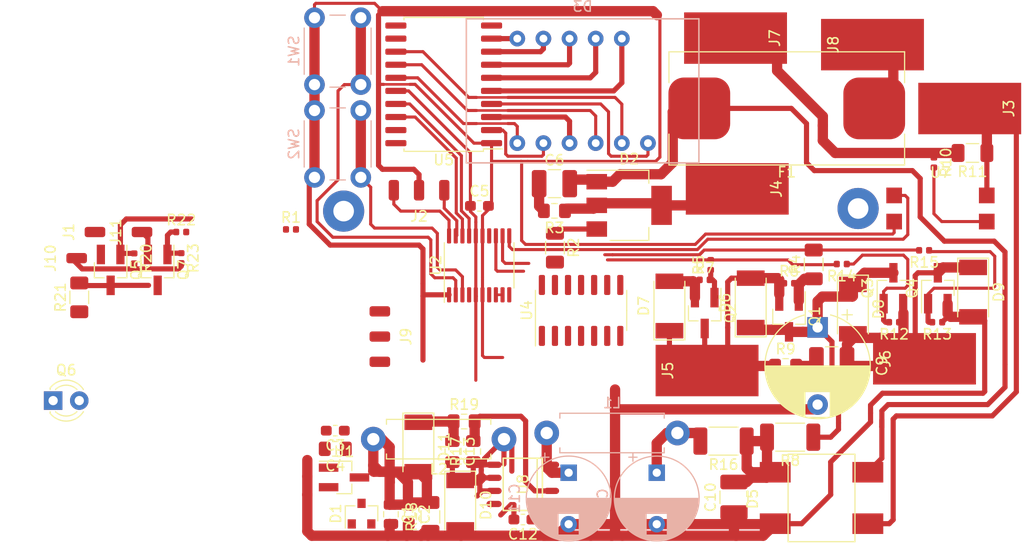
<source format=kicad_pcb>
(kicad_pcb (version 20171130) (host pcbnew 5.1.5+dfsg1-2build2)
  (layers (0 F.Cu signal) (31 B.Cu signal hide) (34 B.Paste user) (35 F.Paste user) (36 B.SilkS user) (37 F.SilkS user) (38 B.Mask user) (39 F.Mask user) (44 Edge.Cuts user))
  (net 0 "")
  (net 1 GND)
  (net 2 +3V3)
  (net 3 "Net-(D2-Pad3)")
  (net 4 "Net-(D2-Pad2)")
  (net 5 LINE)
  (net 6 "Net-(SW1-Pad2)")
  (net 7 "Net-(SW2-Pad2)")
  (net 8 "Net-(U2-Pad12)")
  (net 9 "Net-(U2-Pad17)")
  (net 10 "Net-(U2-Pad18)")
  (net 11 "Net-(U2-Pad10)")
  (net 12 "Net-(D3-Pad1)")
  (net 13 "Net-(D6-Pad2)")
  (net 14 "Net-(J2-Pad3)")
  (net 15 "Net-(J2-Pad1)")
  (net 16 "Net-(U2-Pad4)")
  (net 17 "Net-(C8-Pad1)")
  (net 18 "Net-(D3-Pad9)")
  (net 19 "Net-(D3-Pad8)")
  (net 20 "Net-(D3-Pad7)")
  (net 21 "Net-(D3-Pad10)")
  (net 22 "Net-(D3-Pad11)")
  (net 23 "Net-(D3-Pad12)")
  (net 24 "Net-(D3-Pad2)")
  (net 25 "Net-(D3-Pad3)")
  (net 26 "Net-(D3-Pad4)")
  (net 27 "Net-(D3-Pad5)")
  (net 28 "Net-(U2-Pad13)")
  (net 29 "Net-(U2-Pad11)")
  (net 30 "Net-(C6-Pad1)")
  (net 31 "Net-(C8-Pad2)")
  (net 32 "Net-(R2-Pad2)")
  (net 33 "Net-(R15-Pad2)")
  (net 34 "Net-(R14-Pad2)")
  (net 35 "Net-(U5-Pad20)")
  (net 36 "Net-(U5-Pad19)")
  (net 37 "Net-(U5-Pad12)")
  (net 38 "Net-(U5-Pad11)")
  (net 39 "Net-(U5-Pad10)")
  (net 40 DS18B20)
  (net 41 "Net-(Q1-Pad1)")
  (net 42 "Net-(Q2-Pad1)")
  (net 43 "Net-(Q3-Pad1)")
  (net 44 "Net-(Q4-Pad1)")
  (net 45 "Net-(F1-Pad1)")
  (net 46 "Net-(J7-Pad1)")
  (net 47 "Net-(C11-Pad1)")
  (net 48 "Net-(C12-Pad2)")
  (net 49 "Net-(C12-Pad1)")
  (net 50 "Net-(C13-Pad1)")
  (net 51 "Net-(R10-Pad2)")
  (net 52 "Net-(R17-Pad2)")
  (net 53 NEUT)
  (net 54 VPP)
  (net 55 "Net-(C9-Pad1)")
  (net 56 "Net-(C7-Pad1)")
  (net 57 "Net-(U4-Pad6)")
  (net 58 "Net-(U4-Pad4)")
  (net 59 "Net-(C1-Pad2)")
  (net 60 +5V)
  (net 61 "Net-(J1-Pad1)")
  (net 62 "Net-(Q5-Pad3)")
  (net 63 "Net-(Q5-Pad1)")
  (net 64 "Net-(Q6-Pad1)")
  (net 65 "Net-(R1-Pad2)")
  (net 66 "Net-(U2-Pad6)")
  (net 67 "Net-(J11-Pad1)")
  (net 68 "Net-(Q7-Pad1)")
  (net 69 "Net-(R22-Pad2)")
  (module Resistor_SMD:R_1206_3216Metric (layer F.Cu) (at 20.574 115.57 90)
    (fp_text reference R21 (at 0 -1.82 90) (layer F.SilkS))
    (fp_text value 390)
    (pad 2 smd roundrect (at 1.4 0 90) (size 1.25 1.75) (layers F.Cu F.Paste F.Mask) (roundrect_rratio 0.2) (net 62 "Net-(Q5-Pad3)"))
    (pad 1 smd roundrect (at -1.4 0 90) (size 1.25 1.75) (layers F.Cu F.Paste F.Mask) (roundrect_rratio 0.2) (net 60 +5V))
  )
  (module Resistor_SMD:R_0402_1005Metric (layer F.Cu) (at 30.48 111.76 270)
    (fp_text reference R23 (at 0 -1.17 90) (layer F.SilkS))
    (fp_text value 50)
    (pad 2 smd roundrect (at 0.485 0 270) (size 0.59 0.64) (layers F.Cu F.Paste F.Mask) (net 1 GND))
    (pad 1 smd roundrect (at -0.485 0 270) (size 0.59 0.64) (layers F.Cu F.Paste F.Mask) (net 68 "Net-(Q7-Pad1)"))
  )
  (module Resistor_SMD:R_0402_1005Metric (layer F.Cu) (at 30.48 109.22)
    (fp_text reference R22 (at 0 -1.17) (layer F.SilkS))
    (fp_text value 50)
    (pad 2 smd roundrect (at 0.485 0) (size 0.59 0.64) (layers F.Cu F.Paste F.Mask) (net 69 "Net-(R22-Pad2)"))
    (pad 1 smd roundrect (at -0.485 0) (size 0.59 0.64) (layers F.Cu F.Paste F.Mask) (net 68 "Net-(Q7-Pad1)"))
  )
  (module Package_TO_SOT_SMD:SOT-23_Handsoldering (layer F.Cu) (at 28.194 112.903 270)
    (fp_text reference Q7 (at 0 -2.5 90) (layer F.SilkS))
    (fp_text value AO3400)
    (pad 3 smd rect (at 1.5 0 270) (size 1.9 0.8) (layers F.Cu F.Paste F.Mask) (net 62 "Net-(Q5-Pad3)"))
    (pad 2 smd rect (at -1.5 0.95 270) (size 1.9 0.8) (layers F.Cu F.Paste F.Mask) (net 67 "Net-(J11-Pad1)"))
    (pad 1 smd rect (at -1.5 -0.95 270) (size 1.9 0.8) (layers F.Cu F.Paste F.Mask) (net 68 "Net-(Q7-Pad1)"))
  )
  (module Connector_Wire:SolderWirePad_1x01_SMD_1x2mm (layer F.Cu) (at 26.67 109.22 90)
    (fp_text reference J11 (at 0 -2.54 90) (layer F.SilkS))
    (fp_text value flashlight)
    (pad 1 smd roundrect (at 0 0 90) (size 1 2) (layers F.Cu F.Paste F.Mask) (net 67 "Net-(J11-Pad1)"))
  )
  (module Connector_Wire:SolderWirePad_1x01_SMD_1x2mm (layer F.Cu) (at 20.32 111.76 90)
    (fp_text reference J10 (at 0 -2.54 90) (layer F.SilkS))
    (fp_text value main)
    (pad 1 smd roundrect (at 0 0 90) (size 1 2) (layers F.Cu F.Paste F.Mask) (net 1 GND))
  )
  (module Connector_Wire:SolderWirePad_1x01_SMD_1x2mm (layer F.Cu) (at 22.098 109.22 90)
    (fp_text reference J1 (at 0 -2.54 90) (layer F.SilkS))
    (fp_text value "UV light")
    (pad 1 smd roundrect (at 0 0 90) (size 1 2) (layers F.Cu F.Paste F.Mask) (net 61 "Net-(J1-Pad1)"))
  )
  (module Resistor_SMD:R_0402_1005Metric (layer F.Cu) (at 25.908 111.783 270)
    (fp_text reference R20 (at 0 -1.17 90) (layer F.SilkS))
    (fp_text value 50)
    (pad 2 smd roundrect (at 0.485 0 270) (size 0.59 0.64) (layers F.Cu F.Paste F.Mask) (net 1 GND))
    (pad 1 smd roundrect (at -0.485 0 270) (size 0.59 0.64) (layers F.Cu F.Paste F.Mask) (net 63 "Net-(Q5-Pad1)"))
  )
  (module Resistor_SMD:R_0402_1005Metric (layer F.Cu) (at 41.148 108.966)
    (fp_text reference R1 (at 0 -1.17) (layer F.SilkS))
    (fp_text value 50)
    (pad 2 smd roundrect (at 0.485 0) (size 0.59 0.64) (layers F.Cu F.Paste F.Mask) (net 65 "Net-(R1-Pad2)"))
    (pad 1 smd roundrect (at -0.485 0) (size 0.59 0.64) (layers F.Cu F.Paste F.Mask) (net 63 "Net-(Q5-Pad1)"))
  )
  (module LED_THT:LED_D3.0mm (layer F.Cu) (at 18.034 125.603)
    (fp_text reference Q6 (at 1.27 -2.96) (layer F.SilkS))
    (fp_text value Q_Photo_NPN_CE)
    (pad 2 thru_hole circle (at 2.54 0) (size 1.8 1.8) (drill 0.9) (layers *.Cu *.Mask) (net 1 GND))
    (pad 1 thru_hole rect (at 0 0) (size 1.8 1.8) (drill 0.9) (layers *.Cu *.Mask) (net 64 "Net-(Q6-Pad1)"))
  )
  (module Package_TO_SOT_SMD:SOT-23_Handsoldering (layer F.Cu) (at 23.622 112.903 270)
    (fp_text reference Q5 (at 0 -2.5 90) (layer F.SilkS))
    (fp_text value AO3400)
    (pad 3 smd rect (at 1.5 0 270) (size 1.9 0.8) (layers F.Cu F.Paste F.Mask) (net 62 "Net-(Q5-Pad3)"))
    (pad 2 smd rect (at -1.5 0.95 270) (size 1.9 0.8) (layers F.Cu F.Paste F.Mask) (net 61 "Net-(J1-Pad1)"))
    (pad 1 smd rect (at -1.5 -0.95 270) (size 1.9 0.8) (layers F.Cu F.Paste F.Mask) (net 63 "Net-(Q5-Pad1)"))
  )
  (module Diode_SMD:D_SOT-23_ANK (layer F.Cu) (at 48.006 136.5885 90)
    (fp_text reference D1 (at 0 -2.5 90) (layer F.SilkS))
    (fp_text value D_Zener)
    (pad 1 smd rect (at 1 0 90) (size 0.9 0.8) (layers F.Cu F.Paste F.Mask) (net 60 +5V))
    (pad "" smd rect (at -1 0.95 90) (size 0.9 0.8) (layers F.Cu F.Paste F.Mask))
    (pad 2 smd rect (at -1 -0.95 90) (size 0.9 0.8) (layers F.Cu F.Paste F.Mask) (net 59 "Net-(C1-Pad2)"))
  )
  (module Resistor_SMD:R_2010_5025Metric (layer F.Cu) (at 83.185 129.54 180)
    (fp_text reference R16 (at 0 -2.28) (layer F.SilkS))
    (fp_text value 10)
    (pad 2 smd roundrect (at 2.25 0 180) (size 1.35 2.65) (layers F.Cu F.Paste F.Mask) (roundrect_rratio 0.185185) (net 56 "Net-(C7-Pad1)"))
    (pad 1 smd roundrect (at -2.25 0 180) (size 1.35 2.65) (layers F.Cu F.Paste F.Mask) (roundrect_rratio 0.185185) (net 54 VPP))
  )
  (module Resistor_SMD:R_2010_5025Metric (layer F.Cu) (at 89.662 129.159 180)
    (fp_text reference R8 (at 0 -2.28) (layer F.SilkS))
    (fp_text value 100)
    (pad 2 smd roundrect (at 2.25 0 180) (size 1.35 2.65) (layers F.Cu F.Paste F.Mask) (roundrect_rratio 0.185185) (net 54 VPP))
    (pad 1 smd roundrect (at -2.25 0 180) (size 1.35 2.65) (layers F.Cu F.Paste F.Mask) (roundrect_rratio 0.185185) (net 55 "Net-(C9-Pad1)"))
  )
  (module Resistor_SMD:R_1206_3216Metric (layer F.Cu) (at 54.6989 136.906 90)
    (fp_text reference R18 (at 0 -1.82 90) (layer F.SilkS))
    (fp_text value 2.2k)
    (pad 2 smd roundrect (at 1.4 0 90) (size 1.25 1.75) (layers F.Cu F.Paste F.Mask) (roundrect_rratio 0.2) (net 60 +5V))
    (pad 1 smd roundrect (at -1.4 0 90) (size 1.25 1.75) (layers F.Cu F.Paste F.Mask) (roundrect_rratio 0.2) (net 59 "Net-(C1-Pad2)"))
  )
  (module local:DB-1S (layer F.Cu) (at 92.71 135.0645 270)
    (fp_text reference D5 (at 0.1 6.7 90) (layer F.SilkS))
    (fp_text value D_Bridge_+-AA)
    (pad 2 smd rect (at 2.5 4.5 270) (size 2 3) (layers F.Cu F.Paste F.Mask) (net 59 "Net-(C1-Pad2)"))
    (pad 1 smd rect (at -2.5 4.5 270) (size 2 3) (layers F.Cu F.Paste F.Mask) (net 54 VPP))
    (pad 3 smd rect (at 2.5 -4.5 270) (size 2 3) (layers F.Cu F.Paste F.Mask) (net 5 LINE))
    (pad 4 smd rect (at -2.5 -4.5 270) (size 2 3) (layers F.Cu F.Paste F.Mask) (net 53 NEUT))
  )
  (module Capacitor_SMD:C_0805_2012Metric (layer F.Cu) (at 50.8635 136.652 270)
    (fp_text reference C1 (at 0 -1.65 90) (layer F.SilkS))
    (fp_text value 10uF)
    (pad 2 smd roundrect (at 0.9375 0 270) (size 0.975 1.4) (layers F.Cu F.Paste F.Mask) (net 59 "Net-(C1-Pad2)"))
    (pad 1 smd roundrect (at -0.9375 0 270) (size 0.975 1.4) (layers F.Cu F.Paste F.Mask) (net 60 +5V))
  )
  (module Power_Integrations:SO-8C (layer F.Cu) (at 63.6778 133.7437 90)
    (fp_text reference U8 (at 0 0 90) (layer F.SilkS))
    (fp_text value LNK306D)
    (pad 8 smd oval (at -1.905 -2.794 90) (size 0.6096 1.4732) (layers F.Cu F.Paste F.Mask) (net 48 "Net-(C12-Pad2)"))
    (pad 7 smd oval (at -0.635 -2.794 90) (size 0.6096 1.4732) (layers F.Cu F.Paste F.Mask) (net 48 "Net-(C12-Pad2)"))
    (pad 6 smd oval (at 0.635 -2.794 90) (size 0.6096 1.4732) (layers F.Cu F.Paste F.Mask) (net 48 "Net-(C12-Pad2)"))
    (pad 5 smd oval (at 1.905 -2.794 90) (size 0.6096 1.4732) (layers F.Cu F.Paste F.Mask) (net 48 "Net-(C12-Pad2)"))
    (pad 4 smd oval (at 1.905 2.794 90) (size 0.6096 1.4732) (layers F.Cu F.Paste F.Mask) (net 47 "Net-(C11-Pad1)"))
    (pad 2 smd oval (at -0.635 2.794 90) (size 0.6096 1.4732) (layers F.Cu F.Paste F.Mask) (net 52 "Net-(R17-Pad2)"))
    (pad 1 smd oval (at -1.905 2.794 90) (size 0.6096 1.4732) (layers F.Cu F.Paste F.Mask) (net 49 "Net-(C12-Pad1)"))
  )
  (module Package_TO_SOT_SMD:SOT-23_Handsoldering (layer F.Cu) (at 46.3042 133.0706)
    (fp_text reference U1 (at 0 -2.5) (layer F.SilkS))
    (fp_text value XC6206-33)
    (pad 3 smd rect (at 1.5 0) (size 1.9 0.8) (layers F.Cu F.Paste F.Mask) (net 60 +5V))
    (pad 2 smd rect (at -1.5 0.95) (size 1.9 0.8) (layers F.Cu F.Paste F.Mask) (net 2 +3V3))
    (pad 1 smd rect (at -1.5 -0.95) (size 1.9 0.8) (layers F.Cu F.Paste F.Mask) (net 59 "Net-(C1-Pad2)"))
  )
  (module Resistor_SMD:R_0805_2012Metric_Pad1.15x1.40mm_HandSolder (layer F.Cu) (at 57.9755 127.635)
    (fp_text reference R19 (at 0 -1.65) (layer F.SilkS))
    (fp_text value 4.7k)
    (pad 2 smd roundrect (at 1.025 0) (size 1.15 1.4) (layers F.Cu F.Paste F.Mask) (roundrect_rratio 0.217391) (net 52 "Net-(R17-Pad2)"))
    (pad 1 smd roundrect (at -1.025 0) (size 1.15 1.4) (layers F.Cu F.Paste F.Mask) (roundrect_rratio 0.217391) (net 50 "Net-(C13-Pad1)"))
  )
  (module Resistor_THT:R_Axial_DIN0411_L9.9mm_D3.6mm_P12.70mm_Horizontal (layer F.Cu) (at 61.849 129.3495 180)
    (fp_text reference L2 (at 6.35 -2.92) (layer F.SilkS))
    (fp_text value L)
    (pad 2 thru_hole oval (at 12.7 0 180) (size 2.4 2.4) (drill 1.2) (layers *.Cu *.Mask) (net 60 +5V))
    (pad 1 thru_hole circle (at 0 0 180) (size 2.4 2.4) (drill 1.2) (layers *.Cu *.Mask) (net 48 "Net-(C12-Pad2)"))
  )
  (module Diode_SMD:D_MELF (layer F.Cu) (at 53.5305 130.1115 270)
    (fp_text reference D11 (at 0 -2.5 90) (layer F.SilkS))
    (fp_text value 1N4007)
    (pad 2 smd rect (at 2.4 0 270) (size 1.5 2.7) (layers F.Cu F.Paste F.Mask) (net 60 +5V))
    (pad 1 smd rect (at -2.4 0 270) (size 1.5 2.7) (layers F.Cu F.Paste F.Mask) (net 50 "Net-(C13-Pad1)"))
  )
  (module Diode_SMD:D_MELF (layer F.Cu) (at 57.5945 135.763 270)
    (fp_text reference D10 (at 0 -2.5 90) (layer F.SilkS))
    (fp_text value S1M)
    (pad 2 smd rect (at 2.4 0 270) (size 1.5 2.7) (layers F.Cu F.Paste F.Mask) (net 59 "Net-(C1-Pad2)"))
    (pad 1 smd rect (at -2.4 0 270) (size 1.5 2.7) (layers F.Cu F.Paste F.Mask) (net 48 "Net-(C12-Pad2)"))
  )
  (module Capacitor_SMD:C_0805_2012Metric_Pad1.15x1.40mm_HandSolder (layer F.Cu) (at 56.8325 130.556 270)
    (fp_text reference C13 (at 0 -1.65 90) (layer F.SilkS))
    (fp_text value 1uF)
    (pad 2 smd roundrect (at 1.025 0 270) (size 1.15 1.4) (layers F.Cu F.Paste F.Mask) (roundrect_rratio 0.217391) (net 48 "Net-(C12-Pad2)"))
    (pad 1 smd roundrect (at -1.025 0 270) (size 1.15 1.4) (layers F.Cu F.Paste F.Mask) (roundrect_rratio 0.217391) (net 50 "Net-(C13-Pad1)"))
  )
  (module Capacitor_SMD:C_0603_1608Metric_Pad1.05x0.95mm_HandSolder (layer F.Cu) (at 63.6905 137.16 180)
    (fp_text reference C12 (at 0 -1.43) (layer F.SilkS))
    (fp_text value 100n)
    (pad 2 smd roundrect (at 0.875 0 180) (size 1.05 0.95) (layers F.Cu F.Paste F.Mask) (net 48 "Net-(C12-Pad2)"))
    (pad 1 smd roundrect (at -0.875 0 180) (size 1.05 0.95) (layers F.Cu F.Paste F.Mask) (net 49 "Net-(C12-Pad1)"))
  )
  (module Capacitor_SMD:C_0805_2012Metric_Pad1.15x1.40mm_HandSolder (layer F.Cu) (at 45.4533 130.2893 180)
    (fp_text reference C4 (at 0 -1.65) (layer F.SilkS))
    (fp_text value 10uF)
    (pad 2 smd roundrect (at 1.025 0 180) (size 1.15 1.4) (layers F.Cu F.Paste F.Mask) (roundrect_rratio 0.217391) (net 59 "Net-(C1-Pad2)"))
    (pad 1 smd roundrect (at -1.025 0 180) (size 1.15 1.4) (layers F.Cu F.Paste F.Mask) (roundrect_rratio 0.217391) (net 2 +3V3))
  )
  (module Capacitor_SMD:C_0603_1608Metric_Pad1.05x0.95mm_HandSolder (layer F.Cu) (at 45.4533 128.524 180)
    (fp_text reference C3 (at 0 -1.43) (layer F.SilkS))
    (fp_text value 100n)
    (pad 2 smd roundrect (at 0.875 0 180) (size 1.05 0.95) (layers F.Cu F.Paste F.Mask) (net 59 "Net-(C1-Pad2)"))
    (pad 1 smd roundrect (at -0.875 0 180) (size 1.05 0.95) (layers F.Cu F.Paste F.Mask) (net 2 +3V3))
  )
  (module Capacitor_SMD:C_0603_1608Metric_Pad1.05x0.95mm_HandSolder (layer F.Cu) (at 52.6923 136.652 270)
    (fp_text reference C2 (at 0 -1.43 90) (layer F.SilkS))
    (fp_text value 100n)
    (pad 2 smd roundrect (at 0.875 0 270) (size 1.05 0.95) (layers F.Cu F.Paste F.Mask) (net 59 "Net-(C1-Pad2)"))
    (pad 1 smd roundrect (at -0.875 0 270) (size 1.05 0.95) (layers F.Cu F.Paste F.Mask) (net 60 +5V))
  )
  (module Capacitor_THT:CP_Radial_D10.0mm_P7.50mm (layer F.Cu) (at 92.329 118.491 270)
    (fp_text reference C9 (at 3.75 -6.25 90) (layer F.SilkS))
    (fp_text value "22uF 400V")
    (pad 2 thru_hole circle (at 7.5 0 270) (size 2 2) (drill 1) (layers *.Cu *.Mask) (net 1 GND))
    (pad 1 thru_hole rect (at 0 0 270) (size 2 2) (drill 1) (layers *.Cu *.Mask) (net 55 "Net-(C9-Pad1)"))
  )
  (module Resistor_SMD:R_0402_1005Metric (layer F.Cu) (at 81.9404 112.4204 90)
    (fp_text reference R5 (at 0 -1.17 90) (layer F.SilkS))
    (fp_text value 220)
    (pad 2 smd roundrect (at 0.485 0 90) (size 0.59 0.64) (layers F.Cu F.Paste F.Mask) (net 34 "Net-(R14-Pad2)"))
    (pad 1 smd roundrect (at -0.485 0 90) (size 0.59 0.64) (layers F.Cu F.Paste F.Mask) (net 42 "Net-(Q2-Pad1)"))
  )
  (module Resistor_SMD:R_0402_1005Metric (layer F.Cu) (at 94.6785 112.3315 180)
    (fp_text reference R14 (at 0 -1.17) (layer F.SilkS))
    (fp_text value 220)
    (pad 2 smd roundrect (at 0.485 0 180) (size 0.59 0.64) (layers F.Cu F.Paste F.Mask) (net 34 "Net-(R14-Pad2)"))
    (pad 1 smd roundrect (at -0.485 0 180) (size 0.59 0.64) (layers F.Cu F.Paste F.Mask) (net 43 "Net-(Q3-Pad1)"))
  )
  (module Package_TO_SOT_SMD:SOT-223 (layer F.Cu) (at 74.0156 106.6292)
    (fp_text reference D2 (at 0 -4.5) (layer F.SilkS))
    (fp_text value Z0109MN)
    (pad 1 smd rect (at -3.15 -2.3) (size 2 1.5) (layers F.Cu F.Paste F.Mask) (net 53 NEUT))
    (pad 3 smd rect (at -3.15 2.3) (size 2 1.5) (layers F.Cu F.Paste F.Mask) (net 3 "Net-(D2-Pad3)"))
    (pad 2 smd rect (at -3.15 0) (size 2 1.5) (layers F.Cu F.Paste F.Mask) (net 4 "Net-(D2-Pad2)"))
    (pad 4 smd rect (at 3.15 0) (size 2 3.8) (layers F.Cu F.Paste F.Mask) (net 4 "Net-(D2-Pad2)"))
  )
  (module Resistor_SMD:R_0805_2012Metric_Pad1.15x1.40mm_HandSolder (layer F.Cu) (at 89.2175 122.2375)
    (fp_text reference R9 (at 0 -1.65) (layer F.SilkS))
    (fp_text value 220)
    (pad 2 smd roundrect (at 1.025 0) (size 1.15 1.4) (layers F.Cu F.Paste F.Mask) (roundrect_rratio 0.217391) (net 31 "Net-(C8-Pad2)"))
    (pad 1 smd roundrect (at -1.025 0) (size 1.15 1.4) (layers F.Cu F.Paste F.Mask) (roundrect_rratio 0.217391) (net 13 "Net-(D6-Pad2)"))
  )
  (module Resistor_SMD:R_0402_1005Metric (layer F.Cu) (at 102.6795 110.998 180)
    (fp_text reference R15 (at 0 -1.17) (layer F.SilkS))
    (fp_text value 220)
    (pad 2 smd roundrect (at 0.485 0 180) (size 0.59 0.64) (layers F.Cu F.Paste F.Mask) (net 33 "Net-(R15-Pad2)"))
    (pad 1 smd roundrect (at -0.485 0 180) (size 0.59 0.64) (layers F.Cu F.Paste F.Mask) (net 44 "Net-(Q4-Pad1)"))
  )
  (module Resistor_SMD:R_0402_1005Metric (layer F.Cu) (at 103.9495 117.983 180)
    (fp_text reference R13 (at 0 -1.17) (layer F.SilkS))
    (fp_text value 220)
    (pad 2 smd roundrect (at 0.485 0 180) (size 0.59 0.64) (layers F.Cu F.Paste F.Mask) (net 44 "Net-(Q4-Pad1)"))
    (pad 1 smd roundrect (at -0.485 0 180) (size 0.59 0.64) (layers F.Cu F.Paste F.Mask) (net 1 GND))
  )
  (module Resistor_SMD:R_0402_1005Metric (layer F.Cu) (at 99.7585 117.983 180)
    (fp_text reference R12 (at 0 -1.17) (layer F.SilkS))
    (fp_text value 220)
    (pad 2 smd roundrect (at 0.485 0 180) (size 0.59 0.64) (layers F.Cu F.Paste F.Mask) (net 43 "Net-(Q3-Pad1)"))
    (pad 1 smd roundrect (at -0.485 0 180) (size 0.59 0.64) (layers F.Cu F.Paste F.Mask) (net 17 "Net-(C8-Pad1)"))
  )
  (module Resistor_SMD:R_0402_1005Metric (layer F.Cu) (at 103.632 102.466 270)
    (fp_text reference R10 (at 0 -1.17 90) (layer F.SilkS))
    (fp_text value 1к)
    (pad 2 smd roundrect (at 0.485 0 270) (size 0.59 0.64) (layers F.Cu F.Paste F.Mask) (net 51 "Net-(R10-Pad2)"))
    (pad 1 smd roundrect (at -0.485 0 270) (size 0.59 0.64) (layers F.Cu F.Paste F.Mask) (net 46 "Net-(J7-Pad1)"))
  )
  (module Resistor_SMD:R_0402_1005Metric (layer F.Cu) (at 81.3562 113.8682)
    (fp_text reference R7 (at 0 -1.17) (layer F.SilkS))
    (fp_text value 220)
    (pad 2 smd roundrect (at 0.485 0) (size 0.59 0.64) (layers F.Cu F.Paste F.Mask) (net 42 "Net-(Q2-Pad1)"))
    (pad 1 smd roundrect (at -0.485 0) (size 0.59 0.64) (layers F.Cu F.Paste F.Mask) (net 1 GND))
  )
  (module Resistor_SMD:R_0402_1005Metric (layer F.Cu) (at 89.5604 114.1984)
    (fp_text reference R6 (at 0 -1.17) (layer F.SilkS))
    (fp_text value 220)
    (pad 2 smd roundrect (at 0.485 0) (size 0.59 0.64) (layers F.Cu F.Paste F.Mask) (net 41 "Net-(Q1-Pad1)"))
    (pad 1 smd roundrect (at -0.485 0) (size 0.59 0.64) (layers F.Cu F.Paste F.Mask) (net 13 "Net-(D6-Pad2)"))
  )
  (module Resistor_SMD:R_1206_3216Metric (layer F.Cu) (at 107.3785 101.5365 180)
    (fp_text reference R11 (at 0 -1.82) (layer F.SilkS))
    (fp_text value 1)
    (pad 2 smd roundrect (at 1.4 0 180) (size 1.25 1.75) (layers F.Cu F.Paste F.Mask) (roundrect_rratio 0.2) (net 46 "Net-(J7-Pad1)"))
    (pad 1 smd roundrect (at -1.4 0 180) (size 1.25 1.75) (layers F.Cu F.Paste F.Mask) (roundrect_rratio 0.2) (net 5 LINE))
  )
  (module Resistor_THT:R_Axial_DIN0411_L9.9mm_D3.6mm_P12.70mm_Horizontal (layer B.Cu) (at 78.7019 128.7526 180)
    (fp_text reference L1 (at 6.35 2.92) (layer B.SilkS) (effects (justify mirror)))
    (fp_text value L)
    (pad 2 thru_hole oval (at 12.7 0 180) (size 2.4 2.4) (drill 1.2) (layers *.Cu *.Mask) (net 47 "Net-(C11-Pad1)"))
    (pad 1 thru_hole circle (at 0 0 180) (size 2.4 2.4) (drill 1.2) (layers *.Cu *.Mask) (net 56 "Net-(C7-Pad1)"))
  )
  (module Resistor_SMD:R_0805_2012Metric_Pad1.15x1.40mm_HandSolder (layer F.Cu) (at 58.8645 130.556 90)
    (fp_text reference R17 (at 0 -1.65 90) (layer F.SilkS))
    (fp_text value 2.2k)
    (pad 2 smd roundrect (at 1.025 0 90) (size 1.15 1.4) (layers F.Cu F.Paste F.Mask) (roundrect_rratio 0.217391) (net 52 "Net-(R17-Pad2)"))
    (pad 1 smd roundrect (at -1.025 0 90) (size 1.15 1.4) (layers F.Cu F.Paste F.Mask) (roundrect_rratio 0.217391) (net 48 "Net-(C12-Pad2)"))
  )
  (module Capacitor_THT:CP_Radial_D8.0mm_P5.00mm (layer B.Cu) (at 68.1355 132.6134 270)
    (fp_text reference C11 (at 2.5 5.25 270) (layer B.SilkS) (effects (justify mirror)))
    (fp_text value "4.7uF 400V")
    (pad 2 thru_hole circle (at 5 0 270) (size 1.6 1.6) (drill 0.8) (layers *.Cu *.Mask) (net 59 "Net-(C1-Pad2)"))
    (pad 1 thru_hole rect (at 0 0 270) (size 1.6 1.6) (drill 0.8) (layers *.Cu *.Mask) (net 47 "Net-(C11-Pad1)"))
  )
  (module Capacitor_THT:CP_Radial_D8.0mm_P5.00mm (layer B.Cu) (at 76.6953 132.6134 270)
    (fp_text reference C7 (at 2.5 5.25 270) (layer B.SilkS) (effects (justify mirror)))
    (fp_text value "4.7uF 400V")
    (pad 2 thru_hole circle (at 5 0 270) (size 1.6 1.6) (drill 0.8) (layers *.Cu *.Mask) (net 59 "Net-(C1-Pad2)"))
    (pad 1 thru_hole rect (at 0 0 270) (size 1.6 1.6) (drill 0.8) (layers *.Cu *.Mask) (net 56 "Net-(C7-Pad1)"))
  )
  (module Fuse:Fuseholder_Cylinder-5x20mm_Schurter_OGN-SMD_Horizontal_Open (layer F.Cu) (at 89.3318 97.2058 180)
    (fp_text reference F1 (at 0 -6.2) (layer F.SilkS))
    (fp_text value Fuse)
    (pad 2 smd roundrect (at 8.5 0 180) (size 6 6) (layers F.Cu F.Paste F.Mask) (net 53 NEUT))
    (pad 1 smd roundrect (at -8.5 0 180) (size 6 6) (layers F.Cu F.Paste F.Mask) (net 45 "Net-(F1-Pad1)"))
  )
  (module Resistor_SMD:R_1206_3216Metric (layer F.Cu) (at 66.802 110.744 270)
    (fp_text reference R2 (at 0 -1.82 90) (layer F.SilkS))
    (fp_text value 220)
    (pad 2 smd roundrect (at 1.4 0 270) (size 1.25 1.75) (layers F.Cu F.Paste F.Mask) (roundrect_rratio 0.2) (net 32 "Net-(R2-Pad2)"))
    (pad 1 smd roundrect (at -1.4 0 270) (size 1.25 1.75) (layers F.Cu F.Paste F.Mask) (roundrect_rratio 0.2) (net 3 "Net-(D2-Pad3)"))
  )
  (module local:LTV817 (layer F.Cu) (at 104.267 106.934 180)
    (fp_text reference U7 (at 0 3.5) (layer F.SilkS))
    (fp_text value LTV-817)
    (pad 4 smd rect (at 4.5 1.27 180) (size 1.524 1.524) (layers F.Cu F.Paste F.Mask) (net 29 "Net-(U2-Pad11)"))
    (pad 3 smd rect (at 4.5 -1.27 180) (size 1.524 1.524) (layers F.Cu F.Paste F.Mask) (net 1 GND))
    (pad 2 smd rect (at -4.5 1.27 180) (size 1.524 1.524) (layers F.Cu F.Paste F.Mask) (net 5 LINE))
    (pad 1 smd rect (at -4.5 -1.27 180) (size 1.524 1.524) (layers F.Cu F.Paste F.Mask) (net 51 "Net-(R10-Pad2)"))
  )
  (module Package_TO_SOT_SMD:SOT-23_Handsoldering (layer F.Cu) (at 104.013 114.681 90)
    (fp_text reference Q4 (at 0 -2.5 90) (layer F.SilkS))
    (fp_text value MMBTA42)
    (pad 3 smd rect (at 1.5 0 90) (size 1.9 0.8) (layers F.Cu F.Paste F.Mask) (net 17 "Net-(C8-Pad1)"))
    (pad 2 smd rect (at -1.5 0.95 90) (size 1.9 0.8) (layers F.Cu F.Paste F.Mask) (net 1 GND))
    (pad 1 smd rect (at -1.5 -0.95 90) (size 1.9 0.8) (layers F.Cu F.Paste F.Mask) (net 44 "Net-(Q4-Pad1)"))
  )
  (module Package_TO_SOT_SMD:SOT-23_Handsoldering (layer F.Cu) (at 99.695 114.681 90)
    (fp_text reference Q3 (at 0 -2.5 90) (layer F.SilkS))
    (fp_text value MMBTA42)
    (pad 3 smd rect (at 1.5 0 90) (size 1.9 0.8) (layers F.Cu F.Paste F.Mask) (net 55 "Net-(C9-Pad1)"))
    (pad 2 smd rect (at -1.5 0.95 90) (size 1.9 0.8) (layers F.Cu F.Paste F.Mask) (net 17 "Net-(C8-Pad1)"))
    (pad 1 smd rect (at -1.5 -0.95 90) (size 1.9 0.8) (layers F.Cu F.Paste F.Mask) (net 43 "Net-(Q3-Pad1)"))
  )
  (module Package_TO_SOT_SMD:SOT-23_Handsoldering (layer F.Cu) (at 81.3562 117.094 270)
    (fp_text reference Q2 (at 0 -2.5 90) (layer F.SilkS))
    (fp_text value MMBTA42)
    (pad 3 smd rect (at 1.5 0 270) (size 1.9 0.8) (layers F.Cu F.Paste F.Mask) (net 13 "Net-(D6-Pad2)"))
    (pad 2 smd rect (at -1.5 0.95 270) (size 1.9 0.8) (layers F.Cu F.Paste F.Mask) (net 1 GND))
    (pad 1 smd rect (at -1.5 -0.95 270) (size 1.9 0.8) (layers F.Cu F.Paste F.Mask) (net 42 "Net-(Q2-Pad1)"))
  )
  (module Package_TO_SOT_SMD:SOT-23_Handsoldering (layer F.Cu) (at 89.5502 117.4242 270)
    (fp_text reference Q1 (at 0 -2.5 90) (layer F.SilkS))
    (fp_text value MMBTA42)
    (pad 3 smd rect (at 1.5 0 270) (size 1.9 0.8) (layers F.Cu F.Paste F.Mask) (net 55 "Net-(C9-Pad1)"))
    (pad 2 smd rect (at -1.5 0.95 270) (size 1.9 0.8) (layers F.Cu F.Paste F.Mask) (net 13 "Net-(D6-Pad2)"))
    (pad 1 smd rect (at -1.5 -0.95 270) (size 1.9 0.8) (layers F.Cu F.Paste F.Mask) (net 41 "Net-(Q1-Pad1)"))
  )
  (module Package_SO:SOIC-14_3.9x8.7mm_P1.27mm (layer F.Cu) (at 69.342 116.84 90)
    (fp_text reference U4 (at 0 -5.28 90) (layer F.SilkS))
    (fp_text value 4069)
    (pad 14 smd roundrect (at 2.475 -3.81 90) (size 1.95 0.6) (layers F.Cu F.Paste F.Mask) (net 2 +3V3))
    (pad 13 smd roundrect (at 2.475 -2.54 90) (size 1.95 0.6) (layers F.Cu F.Paste F.Mask) (net 11 "Net-(U2-Pad10)"))
    (pad 12 smd roundrect (at 2.475 -1.27 90) (size 1.95 0.6) (layers F.Cu F.Paste F.Mask) (net 34 "Net-(R14-Pad2)"))
    (pad 11 smd roundrect (at 2.475 0 90) (size 1.95 0.6) (layers F.Cu F.Paste F.Mask) (net 28 "Net-(U2-Pad13)"))
    (pad 10 smd roundrect (at 2.475 1.27 90) (size 1.95 0.6) (layers F.Cu F.Paste F.Mask) (net 33 "Net-(R15-Pad2)"))
    (pad 9 smd roundrect (at 2.475 2.54 90) (size 1.95 0.6) (layers F.Cu F.Paste F.Mask) (net 8 "Net-(U2-Pad12)"))
    (pad 8 smd roundrect (at 2.475 3.81 90) (size 1.95 0.6) (layers F.Cu F.Paste F.Mask) (net 32 "Net-(R2-Pad2)"))
    (pad 7 smd roundrect (at -2.475 3.81 90) (size 1.95 0.6) (layers F.Cu F.Paste F.Mask) (net 1 GND))
    (pad 6 smd roundrect (at -2.475 2.54 90) (size 1.95 0.6) (layers F.Cu F.Paste F.Mask) (net 57 "Net-(U4-Pad6)"))
    (pad 5 smd roundrect (at -2.475 1.27 90) (size 1.95 0.6) (layers F.Cu F.Paste F.Mask) (net 1 GND))
    (pad 4 smd roundrect (at -2.475 0 90) (size 1.95 0.6) (layers F.Cu F.Paste F.Mask) (net 58 "Net-(U4-Pad4)"))
    (pad 3 smd roundrect (at -2.475 -1.27 90) (size 1.95 0.6) (layers F.Cu F.Paste F.Mask) (net 1 GND))
    (pad 2 smd roundrect (at -2.475 -2.54 90) (size 1.95 0.6) (layers F.Cu F.Paste F.Mask) (net 69 "Net-(R22-Pad2)"))
    (pad 1 smd roundrect (at -2.475 -3.81 90) (size 1.95 0.6) (layers F.Cu F.Paste F.Mask) (net 65 "Net-(R1-Pad2)"))
  )
  (module local:3WIRE_PADS (layer F.Cu) (at 49.784 119.38 270)
    (fp_text reference J9 (at 0 -2.54 90) (layer F.SilkS))
    (fp_text value .)
    (pad 1 smd roundrect (at -2.45 0 270) (size 1 2) (layers F.Cu F.Paste F.Mask) (net 40 DS18B20))
    (pad 3 smd roundrect (at 2.45 0 270) (size 1 2) (layers F.Cu F.Paste F.Mask) (net 2 +3V3))
    (pad 2 smd roundrect (at 0 0 270) (size 1 2) (layers F.Cu F.Paste F.Mask) (net 1 GND))
  )
  (module Capacitor_SMD:C_1210_3225Metric_Pad1.42x2.65mm_HandSolder (layer F.Cu) (at 66.7512 104.521)
    (fp_text reference C6 (at 0 -2.28) (layer F.SilkS))
    (fp_text value 100n)
    (pad 2 smd roundrect (at 1.4875 0) (size 1.425 2.65) (layers F.Cu F.Paste F.Mask) (roundrect_rratio 0.175439) (net 53 NEUT))
    (pad 1 smd roundrect (at -1.4875 0) (size 1.425 2.65) (layers F.Cu F.Paste F.Mask) (roundrect_rratio 0.175439) (net 30 "Net-(C6-Pad1)"))
  )
  (module Capacitor_SMD:C_1210_3225Metric_Pad1.42x2.65mm_HandSolder (layer F.Cu) (at 84.201 135.001 90)
    (fp_text reference C10 (at 0 -2.28 90) (layer F.SilkS))
    (fp_text value 0.1)
    (pad 2 smd roundrect (at 1.4875 0 90) (size 1.425 2.65) (layers F.Cu F.Paste F.Mask) (roundrect_rratio 0.175439) (net 54 VPP))
    (pad 1 smd roundrect (at -1.4875 0 90) (size 1.425 2.65) (layers F.Cu F.Paste F.Mask) (roundrect_rratio 0.175439) (net 1 GND))
  )
  (module Capacitor_SMD:C_1210_3225Metric_Pad1.42x2.65mm_HandSolder (layer F.Cu) (at 93.699 121.7295 180)
    (fp_text reference C8 (at 0 -2.28) (layer F.SilkS))
    (fp_text value 100n)
    (pad 2 smd roundrect (at 1.4875 0 180) (size 1.425 2.65) (layers F.Cu F.Paste F.Mask) (roundrect_rratio 0.175439) (net 31 "Net-(C8-Pad2)"))
    (pad 1 smd roundrect (at -1.4875 0 180) (size 1.425 2.65) (layers F.Cu F.Paste F.Mask) (roundrect_rratio 0.175439) (net 17 "Net-(C8-Pad1)"))
  )
  (module Resistor_SMD:R_1206_3216Metric (layer F.Cu) (at 91.948 112.3696 90)
    (fp_text reference R4 (at 0 -1.82 90) (layer F.SilkS))
    (fp_text value 220)
    (pad 2 smd roundrect (at 1.4 0 90) (size 1.25 1.75) (layers F.Cu F.Paste F.Mask) (roundrect_rratio 0.2) (net 33 "Net-(R15-Pad2)"))
    (pad 1 smd roundrect (at -1.4 0 90) (size 1.25 1.75) (layers F.Cu F.Paste F.Mask) (roundrect_rratio 0.2) (net 41 "Net-(Q1-Pad1)"))
  )
  (module Diode_SMD:D_MELF (layer F.Cu) (at 107.442 115.062 270)
    (fp_text reference D9 (at 0 -2.5 90) (layer F.SilkS))
    (fp_text value 1N4007)
    (pad 2 smd rect (at 2.4 0 270) (size 1.5 2.7) (layers F.Cu F.Paste F.Mask) (net 1 GND))
    (pad 1 smd rect (at -2.4 0 270) (size 1.5 2.7) (layers F.Cu F.Paste F.Mask) (net 17 "Net-(C8-Pad1)"))
  )
  (module Diode_SMD:D_MELF (layer F.Cu) (at 95.758 116.713 270)
    (fp_text reference D8 (at 0 -2.5 90) (layer F.SilkS))
    (fp_text value 1N4007)
    (pad 2 smd rect (at 2.4 0 270) (size 1.5 2.7) (layers F.Cu F.Paste F.Mask) (net 17 "Net-(C8-Pad1)"))
    (pad 1 smd rect (at -2.4 0 270) (size 1.5 2.7) (layers F.Cu F.Paste F.Mask) (net 55 "Net-(C9-Pad1)"))
  )
  (module Diode_SMD:D_MELF (layer F.Cu) (at 77.9272 116.4082 90)
    (fp_text reference D7 (at 0 -2.5 90) (layer F.SilkS))
    (fp_text value 1N4007)
    (pad 2 smd rect (at 2.4 0 90) (size 1.5 2.7) (layers F.Cu F.Paste F.Mask) (net 1 GND))
    (pad 1 smd rect (at -2.4 0 90) (size 1.5 2.7) (layers F.Cu F.Paste F.Mask) (net 13 "Net-(D6-Pad2)"))
  )
  (module Diode_SMD:D_MELF (layer F.Cu) (at 85.8266 116.1034 90)
    (fp_text reference D6 (at 0 -2.5 90) (layer F.SilkS))
    (fp_text value 1N4007)
    (pad 2 smd rect (at 2.4 0 90) (size 1.5 2.7) (layers F.Cu F.Paste F.Mask) (net 13 "Net-(D6-Pad2)"))
    (pad 1 smd rect (at -2.4 0 90) (size 1.5 2.7) (layers F.Cu F.Paste F.Mask) (net 55 "Net-(C9-Pad1)"))
  )
  (module Connector_Wire:SolderWirePad_1x01_SMD_5x10mm (layer F.Cu) (at 81.5848 122.682 90)
    (fp_text reference J5 (at 0 -3.81 90) (layer F.SilkS))
    (fp_text value motor)
    (pad 1 smd rect (at 0 0 90) (size 5 10) (layers F.Cu F.Paste F.Mask) (net 13 "Net-(D6-Pad2)"))
  )
  (module Package_SO:SOIC-20W_7.5x12.8mm_P1.27mm (layer F.Cu) (at 55.992 94.869 180)
    (fp_text reference U5 (at 0 -7.35) (layer F.SilkS))
    (fp_text value TM1637)
    (pad 20 smd roundrect (at 4.65 -5.715 180) (size 2.05 0.6) (layers F.Cu F.Paste F.Mask) (net 35 "Net-(U5-Pad20)"))
    (pad 19 smd roundrect (at 4.65 -4.445 180) (size 2.05 0.6) (layers F.Cu F.Paste F.Mask) (net 36 "Net-(U5-Pad19)"))
    (pad 18 smd roundrect (at 4.65 -3.175 180) (size 2.05 0.6) (layers F.Cu F.Paste F.Mask) (net 10 "Net-(U2-Pad18)"))
    (pad 17 smd roundrect (at 4.65 -1.905 180) (size 2.05 0.6) (layers F.Cu F.Paste F.Mask) (net 9 "Net-(U2-Pad17)"))
    (pad 16 smd roundrect (at 4.65 -0.635 180) (size 2.05 0.6) (layers F.Cu F.Paste F.Mask) (net 2 +3V3))
    (pad 15 smd roundrect (at 4.65 0.635 180) (size 2.05 0.6) (layers F.Cu F.Paste F.Mask) (net 23 "Net-(D3-Pad12)"))
    (pad 14 smd roundrect (at 4.65 1.905 180) (size 2.05 0.6) (layers F.Cu F.Paste F.Mask) (net 18 "Net-(D3-Pad9)"))
    (pad 13 smd roundrect (at 4.65 3.175 180) (size 2.05 0.6) (layers F.Cu F.Paste F.Mask) (net 19 "Net-(D3-Pad8)"))
    (pad 12 smd roundrect (at 4.65 4.445 180) (size 2.05 0.6) (layers F.Cu F.Paste F.Mask) (net 37 "Net-(U5-Pad12)"))
    (pad 11 smd roundrect (at 4.65 5.715 180) (size 2.05 0.6) (layers F.Cu F.Paste F.Mask) (net 38 "Net-(U5-Pad11)"))
    (pad 10 smd roundrect (at -4.65 5.715 180) (size 2.05 0.6) (layers F.Cu F.Paste F.Mask) (net 39 "Net-(U5-Pad10)"))
    (pad 9 smd roundrect (at -4.65 4.445 180) (size 2.05 0.6) (layers F.Cu F.Paste F.Mask) (net 12 "Net-(D3-Pad1)"))
    (pad 8 smd roundrect (at -4.65 3.175 180) (size 2.05 0.6) (layers F.Cu F.Paste F.Mask) (net 24 "Net-(D3-Pad2)"))
    (pad 7 smd roundrect (at -4.65 1.905 180) (size 2.05 0.6) (layers F.Cu F.Paste F.Mask) (net 25 "Net-(D3-Pad3)"))
    (pad 6 smd roundrect (at -4.65 0.635 180) (size 2.05 0.6) (layers F.Cu F.Paste F.Mask) (net 26 "Net-(D3-Pad4)"))
    (pad 5 smd roundrect (at -4.65 -0.635 180) (size 2.05 0.6) (layers F.Cu F.Paste F.Mask) (net 27 "Net-(D3-Pad5)"))
    (pad 4 smd roundrect (at -4.65 -1.905 180) (size 2.05 0.6) (layers F.Cu F.Paste F.Mask) (net 20 "Net-(D3-Pad7)"))
    (pad 3 smd roundrect (at -4.65 -3.175 180) (size 2.05 0.6) (layers F.Cu F.Paste F.Mask) (net 21 "Net-(D3-Pad10)"))
    (pad 2 smd roundrect (at -4.65 -4.445 180) (size 2.05 0.6) (layers F.Cu F.Paste F.Mask) (net 22 "Net-(D3-Pad11)"))
    (pad 1 smd roundrect (at -4.65 -5.715 180) (size 2.05 0.6) (layers F.Cu F.Paste F.Mask) (net 1 GND))
  )
  (module Package_SO:TSSOP-20_4.4x6.5mm_P0.65mm (layer F.Cu) (at 59.436 112.4585 90)
    (fp_text reference U2 (at 0 -4.2 90) (layer F.SilkS))
    (fp_text value STM32F031F4Px)
    (pad 20 smd roundrect (at 2.8625 -2.925 90) (size 1.475 0.4) (layers F.Cu F.Paste F.Mask) (net 14 "Net-(J2-Pad3)"))
    (pad 19 smd roundrect (at 2.8625 -2.275 90) (size 1.475 0.4) (layers F.Cu F.Paste F.Mask) (net 15 "Net-(J2-Pad1)"))
    (pad 18 smd roundrect (at 2.8625 -1.625 90) (size 1.475 0.4) (layers F.Cu F.Paste F.Mask) (net 10 "Net-(U2-Pad18)"))
    (pad 17 smd roundrect (at 2.8625 -0.975 90) (size 1.475 0.4) (layers F.Cu F.Paste F.Mask) (net 9 "Net-(U2-Pad17)"))
    (pad 16 smd roundrect (at 2.8625 -0.325 90) (size 1.475 0.4) (layers F.Cu F.Paste F.Mask) (net 2 +3V3))
    (pad 15 smd roundrect (at 2.8625 0.325 90) (size 1.475 0.4) (layers F.Cu F.Paste F.Mask) (net 1 GND))
    (pad 14 smd roundrect (at 2.8625 0.975 90) (size 1.475 0.4) (layers F.Cu F.Paste F.Mask) (net 65 "Net-(R1-Pad2)"))
    (pad 13 smd roundrect (at 2.8625 1.625 90) (size 1.475 0.4) (layers F.Cu F.Paste F.Mask) (net 28 "Net-(U2-Pad13)"))
    (pad 12 smd roundrect (at 2.8625 2.275 90) (size 1.475 0.4) (layers F.Cu F.Paste F.Mask) (net 8 "Net-(U2-Pad12)"))
    (pad 11 smd roundrect (at 2.8625 2.925 90) (size 1.475 0.4) (layers F.Cu F.Paste F.Mask) (net 29 "Net-(U2-Pad11)"))
    (pad 10 smd roundrect (at -2.8625 2.925 90) (size 1.475 0.4) (layers F.Cu F.Paste F.Mask) (net 11 "Net-(U2-Pad10)"))
    (pad 9 smd roundrect (at -2.8625 2.275 90) (size 1.475 0.4) (layers F.Cu F.Paste F.Mask) (net 40 DS18B20))
    (pad 8 smd roundrect (at -2.8625 1.625 90) (size 1.475 0.4) (layers F.Cu F.Paste F.Mask) (net 40 DS18B20))
    (pad 7 smd roundrect (at -2.8625 0.975 90) (size 1.475 0.4) (layers F.Cu F.Paste F.Mask) (net 64 "Net-(Q6-Pad1)"))
    (pad 6 smd roundrect (at -2.8625 0.325 90) (size 1.475 0.4) (layers F.Cu F.Paste F.Mask) (net 66 "Net-(U2-Pad6)"))
    (pad 5 smd roundrect (at -2.8625 -0.325 90) (size 1.475 0.4) (layers F.Cu F.Paste F.Mask) (net 2 +3V3))
    (pad 4 smd roundrect (at -2.8625 -0.975 90) (size 1.475 0.4) (layers F.Cu F.Paste F.Mask) (net 16 "Net-(U2-Pad4)"))
    (pad 3 smd roundrect (at -2.8625 -1.625 90) (size 1.475 0.4) (layers F.Cu F.Paste F.Mask) (net 7 "Net-(SW2-Pad2)"))
    (pad 2 smd roundrect (at -2.8625 -2.275 90) (size 1.475 0.4) (layers F.Cu F.Paste F.Mask) (net 6 "Net-(SW1-Pad2)"))
    (pad 1 smd roundrect (at -2.8625 -2.925 90) (size 1.475 0.4) (layers F.Cu F.Paste F.Mask) (net 1 GND))
  )
  (module Connector_Wire:SolderWirePad_1x01_SMD_5x10mm (layer F.Cu) (at 97.663 91.0082 90)
    (fp_text reference J8 (at 0 -3.81 90) (layer F.SilkS))
    (fp_text value ac_in)
    (pad 1 smd rect (at 0 0 90) (size 5 10) (layers F.Cu F.Paste F.Mask) (net 45 "Net-(F1-Pad1)"))
  )
  (module local:FYT-3631_nonc (layer B.Cu) (at 69.492 95.5)
    (fp_text reference D3 (at 0 -8.2 180) (layer B.SilkS) (effects (justify mirror)))
    (fp_text value LED_3digit)
    (pad 9 thru_hole circle (at 1.27 5.08) (size 1.524 1.524) (drill 0.762) (layers *.Cu *.Mask) (net 18 "Net-(D3-Pad9)"))
    (pad 8 thru_hole circle (at 3.81 5.08) (size 1.524 1.524) (drill 0.762) (layers *.Cu *.Mask) (net 19 "Net-(D3-Pad8)"))
    (pad 7 thru_hole circle (at 6.35 5.08) (size 1.524 1.524) (drill 0.762) (layers *.Cu *.Mask) (net 20 "Net-(D3-Pad7)"))
    (pad 10 thru_hole circle (at -1.27 5.08) (size 1.524 1.524) (drill 0.762) (layers *.Cu *.Mask) (net 21 "Net-(D3-Pad10)"))
    (pad 11 thru_hole circle (at -3.81 5.08) (size 1.524 1.524) (drill 0.762) (layers *.Cu *.Mask) (net 22 "Net-(D3-Pad11)"))
    (pad 12 thru_hole circle (at -6.35 5.08) (size 1.524 1.524) (drill 0.762) (layers *.Cu *.Mask) (net 23 "Net-(D3-Pad12)"))
    (pad 1 thru_hole circle (at -6.35 -5.08) (size 1.524 1.524) (drill 0.762) (layers *.Cu *.Mask) (net 12 "Net-(D3-Pad1)"))
    (pad 2 thru_hole circle (at -3.81 -5.08) (size 1.524 1.524) (drill 0.762) (layers *.Cu *.Mask) (net 24 "Net-(D3-Pad2)"))
    (pad 3 thru_hole circle (at -1.27 -5.08) (size 1.524 1.524) (drill 0.762) (layers *.Cu *.Mask) (net 25 "Net-(D3-Pad3)"))
    (pad 4 thru_hole circle (at 1.27 -5.08) (size 1.524 1.524) (drill 0.762) (layers *.Cu *.Mask) (net 26 "Net-(D3-Pad4)"))
    (pad 5 thru_hole circle (at 3.81 -5.08) (size 1.524 1.524) (drill 0.762) (layers *.Cu *.Mask) (net 27 "Net-(D3-Pad5)"))
  )
  (module local:3WIRE_PADS (layer F.Cu) (at 53.594 105.156 180)
    (fp_text reference J2 (at 0 -2.54) (layer F.SilkS))
    (fp_text value SWD)
    (pad 1 smd roundrect (at -2.45 0 180) (size 1 2) (layers F.Cu F.Paste F.Mask) (net 15 "Net-(J2-Pad1)"))
    (pad 3 smd roundrect (at 2.45 0 180) (size 1 2) (layers F.Cu F.Paste F.Mask) (net 14 "Net-(J2-Pad3)"))
    (pad 2 smd roundrect (at 0 0 180) (size 1 2) (layers F.Cu F.Paste F.Mask) (net 1 GND))
  )
  (module Connector_Wire:SolderWirePad_1x01_SMD_5x10mm (layer F.Cu) (at 84.3534 90.3732 270)
    (fp_text reference J7 (at 0 -3.81 90) (layer F.SilkS))
    (fp_text value ac_in)
    (pad 1 smd rect (at 0 0 270) (size 5 10) (layers F.Cu F.Paste F.Mask) (net 46 "Net-(J7-Pad1)"))
  )
  (module Connector_Wire:SolderWirePad_1x01_SMD_5x10mm (layer F.Cu) (at 102.7176 121.539 90)
    (fp_text reference J6 (at 0 -3.81 90) (layer F.SilkS))
    (fp_text value motor)
    (pad 1 smd rect (at 0 0 90) (size 5 10) (layers F.Cu F.Paste F.Mask) (net 17 "Net-(C8-Pad1)"))
  )
  (module Connector_Wire:SolderWirePad_1x01_SMD_5x10mm (layer F.Cu) (at 84.5185 105.029 270)
    (fp_text reference J4 (at 0 -3.81 90) (layer F.SilkS))
    (fp_text value heater)
    (pad 1 smd rect (at 0 0 270) (size 5 10) (layers F.Cu F.Paste F.Mask) (net 4 "Net-(D2-Pad2)"))
  )
  (module Connector_Wire:SolderWirePad_1x01_SMD_5x10mm (layer F.Cu) (at 107.1118 97.2185 270)
    (fp_text reference J3 (at 0 -3.81 90) (layer F.SilkS))
    (fp_text value heater)
    (pad 1 smd rect (at 0 0 270) (size 5 10) (layers F.Cu F.Paste F.Mask) (net 5 LINE))
  )
  (module Button_Switch_THT:SW_PUSH_6mm (layer B.Cu) (at 43.434 97.409 270)
    (fp_text reference SW2 (at 3.25 2 270) (layer B.SilkS) (effects (justify mirror)))
    (fp_text value SW_Push)
    (pad 1 thru_hole circle (at 6.5 0 180) (size 2 2) (drill 1.1) (layers *.Cu *.Mask) (net 1 GND))
    (pad 2 thru_hole circle (at 6.5 -4.5 180) (size 2 2) (drill 1.1) (layers *.Cu *.Mask) (net 7 "Net-(SW2-Pad2)"))
    (pad 1 thru_hole circle (at 0 0 180) (size 2 2) (drill 1.1) (layers *.Cu *.Mask) (net 1 GND))
    (pad 2 thru_hole circle (at 0 -4.5 180) (size 2 2) (drill 1.1) (layers *.Cu *.Mask) (net 7 "Net-(SW2-Pad2)"))
  )
  (module Button_Switch_THT:SW_PUSH_6mm (layer B.Cu) (at 43.434 88.392 270)
    (fp_text reference SW1 (at 3.25 2 270) (layer B.SilkS) (effects (justify mirror)))
    (fp_text value SW_Push)
    (pad 1 thru_hole circle (at 6.5 0 180) (size 2 2) (drill 1.1) (layers *.Cu *.Mask) (net 1 GND))
    (pad 2 thru_hole circle (at 6.5 -4.5 180) (size 2 2) (drill 1.1) (layers *.Cu *.Mask) (net 6 "Net-(SW1-Pad2)"))
    (pad 1 thru_hole circle (at 0 0 180) (size 2 2) (drill 1.1) (layers *.Cu *.Mask) (net 1 GND))
    (pad 2 thru_hole circle (at 0 -4.5 180) (size 2 2) (drill 1.1) (layers *.Cu *.Mask) (net 6 "Net-(SW1-Pad2)"))
  )
  (module Resistor_SMD:R_0805_2012Metric_Pad1.15x1.40mm_HandSolder (layer F.Cu) (at 66.7512 107.1626 180)
    (fp_text reference R3 (at 0 -1.65) (layer F.SilkS))
    (fp_text value 1k)
    (pad 2 smd roundrect (at 1.025 0 180) (size 1.15 1.4) (layers F.Cu F.Paste F.Mask) (roundrect_rratio 0.217391) (net 30 "Net-(C6-Pad1)"))
    (pad 1 smd roundrect (at -1.025 0 180) (size 1.15 1.4) (layers F.Cu F.Paste F.Mask) (roundrect_rratio 0.217391) (net 4 "Net-(D2-Pad2)"))
  )
  (module Capacitor_SMD:C_0603_1608Metric_Pad1.05x0.95mm_HandSolder (layer F.Cu) (at 59.4614 106.68)
    (fp_text reference C5 (at 0 -1.43) (layer F.SilkS))
    (fp_text value 100n)
    (pad 2 smd roundrect (at 0.875 0) (size 1.05 0.95) (layers F.Cu F.Paste F.Mask) (net 1 GND))
    (pad 1 smd roundrect (at -0.875 0) (size 1.05 0.95) (layers F.Cu F.Paste F.Mask) (net 2 +3V3))
  )
  (via (at 46.266 107.188) (size 4) (drill 2) (layers F.Cu B.Cu) (net 0))
  (via (at 96.266 106.934) (size 4) (drill 2) (layers F.Cu B.Cu) (net 0))
  (segment (start 60.3364 107.0496) (end 60.3364 106.68) (width 0.3) (layer F.Cu) (net 1))
  (segment (start 59.761 109.6595) (end 59.761 107.625) (width 0.3) (layer F.Cu) (net 1))
  (segment (start 59.761 107.625) (end 60.3364 107.0496) (width 0.3) (layer F.Cu) (net 1))
  (segment (start 59.761 109.596) (end 59.761 113.609) (width 0.3) (layer F.Cu) (net 1))
  (segment (start 59.761 115.321) (end 59.761 121.229) (width 0.3) (layer F.Cu) (net 1))
  (segment (start 59.944 121.412) (end 61.722 121.412) (width 0.3) (layer F.Cu) (net 1))
  (segment (start 59.761 121.229) (end 59.944 121.412) (width 0.3) (layer F.Cu) (net 1))
  (segment (start 59.761 113.863) (end 59.761 115.321) (width 0.3) (layer F.Cu) (net 1))
  (segment (start 59.761 113.609) (end 59.761 113.863) (width 0.3) (layer F.Cu) (net 1))
  (segment (start 43.434 88.392) (end 43.434 103.782) (width 1) (layer F.Cu) (net 1))
  (segment (start 53.594 110.49) (end 53.975 110.871) (width 0.5) (layer F.Cu) (net 1))
  (segment (start 42.926 104.417) (end 42.926 108.458) (width 0.5) (layer F.Cu) (net 1))
  (segment (start 43.434 103.909) (end 42.926 104.417) (width 0.5) (layer F.Cu) (net 1))
  (segment (start 42.926 108.458) (end 44.958 110.49) (width 0.5) (layer F.Cu) (net 1))
  (segment (start 44.958 110.49) (end 53.594 110.49) (width 0.5) (layer F.Cu) (net 1))
  (segment (start 54.097 115.321) (end 53.975 115.443) (width 0.5) (layer F.Cu) (net 1))
  (segment (start 56.511 115.321) (end 54.097 115.321) (width 0.5) (layer F.Cu) (net 1))
  (segment (start 53.975 114.2365) (end 53.975 115.443) (width 0.5) (layer F.Cu) (net 1))
  (segment (start 53.975 110.871) (end 53.975 114.2365) (width 0.5) (layer F.Cu) (net 1))
  (segment (start 53.213 94.869) (end 54.102 95.758) (width 0.25) (layer F.Cu) (net 1))
  (segment (start 58.928 100.584) (end 60.642 100.584) (width 0.3) (layer F.Cu) (net 1))
  (segment (start 53.213 94.869) (end 58.928 100.584) (width 0.3) (layer F.Cu) (net 1))
  (segment (start 60.642 106.3744) (end 60.3364 106.68) (width 0.3) (layer F.Cu) (net 1))
  (segment (start 60.69701 102.35401) (end 60.642 102.299) (width 0.3) (layer F.Cu) (net 1))
  (segment (start 60.642 100.584) (end 60.642 102.299) (width 0.3) (layer F.Cu) (net 1))
  (segment (start 60.642 102.299) (end 60.642 106.3744) (width 0.3) (layer F.Cu) (net 1))
  (segment (start 50.038 87.757) (end 76.327 87.757) (width 1) (layer F.Cu) (net 1))
  (segment (start 76.327 87.757) (end 76.708 88.138) (width 1) (layer F.Cu) (net 1))
  (segment (start 77.00099 88.43099) (end 76.708 88.138) (width 0.3) (layer F.Cu) (net 1))
  (segment (start 77.00099 101.94201) (end 77.00099 88.43099) (width 0.3) (layer F.Cu) (net 1))
  (segment (start 76.58899 102.35401) (end 77.00099 101.94201) (width 0.3) (layer F.Cu) (net 1))
  (segment (start 64.14299 102.35401) (end 76.58899 102.35401) (width 0.3) (layer F.Cu) (net 1))
  (segment (start 49.657 102.743) (end 49.657 94.869) (width 0.5) (layer F.Cu) (net 1))
  (segment (start 50.038 103.124) (end 49.657 102.743) (width 0.5) (layer F.Cu) (net 1))
  (segment (start 53.086 103.124) (end 50.038 103.124) (width 0.5) (layer F.Cu) (net 1))
  (segment (start 53.594 103.632) (end 53.086 103.124) (width 0.5) (layer F.Cu) (net 1))
  (segment (start 53.594 105.156) (end 53.594 103.632) (width 0.5) (layer F.Cu) (net 1))
  (segment (start 53.213 94.869) (end 52.705 94.869) (width 0.3) (layer F.Cu) (net 1))
  (segment (start 49.657 94.869) (end 52.705 94.869) (width 0.25) (layer F.Cu) (net 1))
  (segment (start 49.657 94.869) (end 50.165 94.869) (width 0.3) (layer F.Cu) (net 1))
  (segment (start 43.434 88.392) (end 43.434 87.122) (width 0.3) (layer F.Cu) (net 1))
  (segment (start 43.434 87.122) (end 43.561 86.995) (width 0.3) (layer F.Cu) (net 1))
  (segment (start 49.276 86.995) (end 50.038 87.757) (width 0.3) (layer F.Cu) (net 1))
  (segment (start 43.561 86.995) (end 49.276 86.995) (width 0.3) (layer F.Cu) (net 1))
  (segment (start 49.657 88.138) (end 50.038 87.757) (width 0.5) (layer F.Cu) (net 1))
  (segment (start 49.657 94.869) (end 49.657 88.138) (width 0.5) (layer F.Cu) (net 1))
  (segment (start 76.9093 137.3994) (end 76.6953 137.6134) (width 1) (layer F.Cu) (net 1))
  (segment (start 68.1355 137.6134) (end 67.01389 138.73501) (width 1) (layer F.Cu) (net 1))
  (segment (start 50.7365 137.5895) (end 50.7365 138.557) (width 1) (layer F.Cu) (net 1))
  (segment (start 50.7365 138.557) (end 50.55849 138.73501) (width 1) (layer F.Cu) (net 1))
  (segment (start 54.2925 138.2395) (end 53.79699 138.73501) (width 1) (layer F.Cu) (net 1))
  (segment (start 52.5145 138.6205) (end 52.39999 138.73501) (width 1) (layer F.Cu) (net 1))
  (segment (start 52.5145 137.527) (end 52.5145 138.6205) (width 1) (layer F.Cu) (net 1))
  (segment (start 53.79699 138.73501) (end 52.39999 138.73501) (width 1) (layer F.Cu) (net 1))
  (segment (start 52.39999 138.73501) (end 50.55849 138.73501) (width 1) (layer F.Cu) (net 1))
  (segment (start 70.3034 137.6134) (end 68.1355 137.6134) (width 1) (layer F.Cu) (net 1))
  (segment (start 76.6953 137.6134) (end 70.3034 137.6134) (width 1) (layer F.Cu) (net 1))
  (segment (start 54.2925 138.557) (end 54.47051 138.73501) (width 1) (layer F.Cu) (net 1))
  (segment (start 54.47051 138.73501) (end 53.79699 138.73501) (width 1) (layer F.Cu) (net 1))
  (segment (start 57.5945 138.65902) (end 57.67049 138.73501) (width 1) (layer F.Cu) (net 1))
  (segment (start 57.5945 138.163) (end 57.5945 138.65902) (width 1) (layer F.Cu) (net 1))
  (segment (start 57.67049 138.73501) (end 54.47051 138.73501) (width 1) (layer F.Cu) (net 1))
  (segment (start 65.73499 138.73501) (end 57.67049 138.73501) (width 1) (layer F.Cu) (net 1))
  (segment (start 67.01389 138.73501) (end 65.73499 138.73501) (width 1) (layer F.Cu) (net 1))
  (segment (start 76.6953 138.7348) (end 76.69551 138.73501) (width 1) (layer F.Cu) (net 1))
  (segment (start 76.6953 137.6134) (end 76.6953 138.7348) (width 1) (layer F.Cu) (net 1))
  (segment (start 73.35499 138.73501) (end 76.69551 138.73501) (width 1) (layer F.Cu) (net 1))
  (segment (start 68.1355 138.72252) (end 68.12301 138.73501) (width 1) (layer F.Cu) (net 1))
  (segment (start 68.1355 137.6134) (end 68.1355 138.72252) (width 1) (layer F.Cu) (net 1))
  (segment (start 65.73499 138.73501) (end 68.12301 138.73501) (width 1) (layer F.Cu) (net 1))
  (segment (start 68.12301 138.73501) (end 70.28201 138.73501) (width 1) (layer F.Cu) (net 1))
  (segment (start 50.55849 138.73501) (end 43.16751 138.73501) (width 1) (layer F.Cu) (net 1))
  (segment (start 43.16751 138.73501) (end 42.7355 138.303) (width 1) (layer F.Cu) (net 1))
  (segment (start 92.329 125.6735) (end 91.970499 126.032001) (width 0.5) (layer F.Cu) (net 1))
  (segment (start 63.50799 102.35401) (end 60.69701 102.35401) (width 0.3) (layer F.Cu) (net 1))
  (segment (start 64.14299 102.35401) (end 63.50799 102.35401) (width 0.3) (layer F.Cu) (net 1))
  (segment (start 80.4062 115.594) (end 80.4062 114.1882) (width 1) (layer F.Cu) (net 1))
  (segment (start 80.2262 114.0082) (end 77.9272 114.0082) (width 1) (layer F.Cu) (net 1))
  (segment (start 80.4062 114.1882) (end 80.2262 114.0082) (width 1) (layer F.Cu) (net 1))
  (segment (start 80.7262 113.8682) (end 80.4062 114.1882) (width 0.5) (layer F.Cu) (net 1))
  (segment (start 80.8712 113.8682) (end 80.7262 113.8682) (width 0.5) (layer F.Cu) (net 1))
  (segment (start 107.442 117.462) (end 105.27 117.462) (width 1) (layer F.Cu) (net 1))
  (segment (start 104.963 117.155) (end 104.963 116.181) (width 1) (layer F.Cu) (net 1))
  (segment (start 105.27 117.462) (end 104.963 117.155) (width 1) (layer F.Cu) (net 1))
  (segment (start 104.9555 117.462) (end 104.4345 117.983) (width 0.5) (layer F.Cu) (net 1))
  (segment (start 107.442 117.462) (end 104.9555 117.462) (width 0.5) (layer F.Cu) (net 1))
  (segment (start 98.630999 124.889001) (end 97.4725 126.0475) (width 0.5) (layer F.Cu) (net 1))
  (segment (start 108.397601 124.889001) (end 98.630999 124.889001) (width 0.5) (layer F.Cu) (net 1))
  (segment (start 108.191 117.462) (end 108.567601 117.838601) (width 0.5) (layer F.Cu) (net 1))
  (segment (start 107.442 117.462) (end 108.191 117.462) (width 0.5) (layer F.Cu) (net 1))
  (segment (start 108.567601 117.838601) (end 108.567601 124.719001) (width 0.5) (layer F.Cu) (net 1))
  (segment (start 108.567601 124.719001) (end 108.397601 124.889001) (width 0.5) (layer F.Cu) (net 1))
  (segment (start 88.0449 137.3994) (end 88.21 137.5645) (width 1) (layer F.Cu) (net 1))
  (segment (start 87.5054 138.2691) (end 88.21 137.5645) (width 1) (layer F.Cu) (net 1))
  (segment (start 72.644 138.40502) (end 72.31401 138.73501) (width 1) (layer F.Cu) (net 1))
  (segment (start 70.28201 138.73501) (end 72.31401 138.73501) (width 1) (layer F.Cu) (net 1))
  (segment (start 72.31401 138.73501) (end 73.35499 138.73501) (width 1) (layer F.Cu) (net 1))
  (segment (start 53.975 115.443) (end 53.975 121.666) (width 0.5) (layer F.Cu) (net 1))
  (segment (start 92.329 125.991) (end 92.037999 126.282001) (width 1) (layer F.Cu) (net 1))
  (segment (start 72.644 124.5235) (end 72.644 126.492) (width 1) (layer F.Cu) (net 1))
  (segment (start 72.644 126.492) (end 72.644 138.40502) (width 1) (layer F.Cu) (net 1))
  (segment (start 91.867401 126.452599) (end 92.329 125.991) (width 1) (layer F.Cu) (net 1))
  (segment (start 72.644 126.492) (end 72.683401 126.452599) (width 1) (layer F.Cu) (net 1))
  (segment (start 72.683401 126.452599) (end 91.867401 126.452599) (width 1) (layer F.Cu) (net 1))
  (segment (start 87.03949 138.73501) (end 88.21 137.5645) (width 1) (layer F.Cu) (net 1))
  (segment (start 84.201 138.53202) (end 84.40399 138.73501) (width 1) (layer F.Cu) (net 1))
  (segment (start 84.201 136.4885) (end 84.201 138.53202) (width 1) (layer F.Cu) (net 1))
  (segment (start 76.69551 138.73501) (end 84.40399 138.73501) (width 1) (layer F.Cu) (net 1))
  (segment (start 84.40399 138.73501) (end 87.03949 138.73501) (width 1) (layer F.Cu) (net 1))
  (segment (start 88.21 137.5645) (end 90.7815 137.5645) (width 0.5) (layer F.Cu) (net 1))
  (segment (start 90.7815 137.5645) (end 93.599 134.747) (width 0.5) (layer F.Cu) (net 1))
  (segment (start 93.599 134.747) (end 93.599 131.572) (width 0.5) (layer F.Cu) (net 1))
  (segment (start 97.4725 127.6985) (end 97.4725 126.8095) (width 0.5) (layer F.Cu) (net 1))
  (segment (start 93.599 131.572) (end 97.4725 127.6985) (width 0.5) (layer F.Cu) (net 1))
  (segment (start 97.4725 126.8095) (end 97.4725 126.0475) (width 0.5) (layer F.Cu) (net 1))
  (segment (start 88.1611 137.6134) (end 88.21 137.5645) (width 1) (layer F.Cu) (net 1))
  (segment (start 76.6953 137.6134) (end 88.1611 137.6134) (width 1) (layer F.Cu) (net 1))
  (segment (start 42.7355 132.969) (end 42.7355 131.3815) (width 1) (layer F.Cu) (net 1))
  (segment (start 42.7355 138.303) (end 42.7355 134.747) (width 1) (layer F.Cu) (net 1))
  (segment (start 42.738 134.7495) (end 42.7355 134.747) (width 1) (layer F.Cu) (net 1))
  (segment (start 42.7355 134.747) (end 42.7355 132.969) (width 1) (layer F.Cu) (net 1))
  (segment (start 30.48 112.54) (end 30.48 112.245) (width 0.5) (layer F.Cu) (net 1))
  (segment (start 30.216999 112.803001) (end 30.48 112.54) (width 0.5) (layer F.Cu) (net 1))
  (segment (start 26.148001 112.803001) (end 30.216999 112.803001) (width 0.5) (layer F.Cu) (net 1))
  (segment (start 25.908 112.563) (end 26.148001 112.803001) (width 0.5) (layer F.Cu) (net 1))
  (segment (start 25.908 112.268) (end 25.908 112.563) (width 0.5) (layer F.Cu) (net 1))
  (segment (start 20.855001 112.803001) (end 20.066 112.014) (width 0.5) (layer F.Cu) (net 1))
  (segment (start 26.148001 112.803001) (end 20.855001 112.803001) (width 0.5) (layer F.Cu) (net 1))
  (segment (start 63.5635 102.40952) (end 63.50799 102.35401) (width 0.3) (layer F.Cu) (net 1))
  (segment (start 63.5635 110.0455) (end 63.5635 102.40952) (width 0.3) (layer F.Cu) (net 1))
  (segment (start 63.9445 110.4265) (end 63.5635 110.0455) (width 0.3) (layer F.Cu) (net 1))
  (segment (start 99.62351 109.41849) (end 81.44527 109.41849) (width 0.3) (layer F.Cu) (net 1))
  (segment (start 80.43726 110.4265) (end 63.9445 110.4265) (width 0.3) (layer F.Cu) (net 1))
  (segment (start 81.44527 109.41849) (end 80.43726 110.4265) (width 0.3) (layer F.Cu) (net 1))
  (segment (start 99.767 109.275) (end 99.62351 109.41849) (width 0.3) (layer F.Cu) (net 1))
  (segment (start 99.767 108.204) (end 99.767 109.275) (width 0.3) (layer F.Cu) (net 1))
  (segment (start 59.111 109.6595) (end 59.111 108.26) (width 0.3) (layer F.Cu) (net 2))
  (segment (start 58.5864 106.68) (end 58.5864 107.2274) (width 0.3) (layer F.Cu) (net 2))
  (segment (start 59.111 107.752) (end 59.111 108.26) (width 0.3) (layer F.Cu) (net 2))
  (segment (start 58.5864 107.2274) (end 59.111 107.752) (width 0.3) (layer F.Cu) (net 2))
  (segment (start 59.111 114.991) (end 59.111 109.596) (width 0.3) (layer F.Cu) (net 2))
  (segment (start 59.111 115.321) (end 59.111 114.991) (width 0.3) (layer F.Cu) (net 2))
  (segment (start 59.111 115.387) (end 59.182 115.458) (width 0.25) (layer F.Cu) (net 2))
  (segment (start 59.111 115.321) (end 59.111 115.387) (width 0.25) (layer F.Cu) (net 2))
  (segment (start 59.111 115.321) (end 59.111 123.627) (width 0.3) (layer F.Cu) (net 2))
  (segment (start 52.578 95.504) (end 51.342 95.504) (width 0.3) (layer F.Cu) (net 2))
  (segment (start 58.5864 106.68) (end 58.5864 101.5124) (width 0.3) (layer F.Cu) (net 2))
  (segment (start 58.5864 101.5124) (end 52.578 95.504) (width 0.3) (layer F.Cu) (net 2))
  (segment (start 70.8656 108.9292) (end 67.1563 108.9292) (width 0.5) (layer F.Cu) (net 3))
  (segment (start 67.1563 108.9292) (end 66.802 109.2835) (width 0.5) (layer F.Cu) (net 3))
  (segment (start 70.891 106.426) (end 77.191 106.426) (width 1) (layer F.Cu) (net 4))
  (segment (start 70.891 106.426) (end 70.739 106.426) (width 1) (layer F.Cu) (net 4))
  (segment (start 70.739 106.426) (end 70.358 106.807) (width 1) (layer F.Cu) (net 4))
  (segment (start 67.99279 106.94601) (end 67.7762 107.1626) (width 1) (layer F.Cu) (net 4))
  (segment (start 70.54879 106.94601) (end 67.99279 106.94601) (width 1) (layer F.Cu) (net 4))
  (segment (start 70.8656 106.6292) (end 70.54879 106.94601) (width 1) (layer F.Cu) (net 4))
  (segment (start 82.9183 106.6292) (end 84.5185 105.029) (width 1) (layer F.Cu) (net 4))
  (segment (start 77.1656 106.6292) (end 82.9183 106.6292) (width 1) (layer F.Cu) (net 4))
  (segment (start 107.1118 98.2218) (end 109.3978 98.2218) (width 0.5) (layer F.Cu) (net 5))
  (segment (start 109.5883 98.2218) (end 107.1118 98.2218) (width 0.5) (layer F.Cu) (net 5))
  (segment (start 108.767 98.8737) (end 107.1118 97.2185) (width 1) (layer F.Cu) (net 5))
  (segment (start 108.7785 98.8852) (end 107.1118 97.2185) (width 1) (layer F.Cu) (net 5))
  (segment (start 108.7785 101.5365) (end 108.7785 98.8852) (width 1) (layer F.Cu) (net 5))
  (segment (start 108.7785 105.6525) (end 108.767 105.664) (width 0.5) (layer F.Cu) (net 5))
  (segment (start 108.7785 101.5365) (end 108.7785 105.6525) (width 0.5) (layer F.Cu) (net 5))
  (segment (start 110.617 97.2185) (end 107.1118 97.2185) (width 0.5) (layer F.Cu) (net 5))
  (segment (start 111.642021 124.755879) (end 111.642021 98.243521) (width 0.5) (layer F.Cu) (net 5))
  (segment (start 99.986979 127.089021) (end 109.308879 127.089021) (width 0.5) (layer F.Cu) (net 5))
  (segment (start 111.642021 98.243521) (end 110.617 97.2185) (width 0.5) (layer F.Cu) (net 5))
  (segment (start 109.308879 127.089021) (end 111.642021 124.755879) (width 0.5) (layer F.Cu) (net 5))
  (segment (start 99.67252 127.40348) (end 99.986979 127.089021) (width 0.5) (layer F.Cu) (net 5))
  (segment (start 99.67252 127.40348) (end 99.67252 137.18248) (width 0.5) (layer F.Cu) (net 5))
  (segment (start 99.2905 137.5645) (end 97.21 137.5645) (width 0.5) (layer F.Cu) (net 5))
  (segment (start 99.67252 137.18248) (end 99.2905 137.5645) (width 0.5) (layer F.Cu) (net 5))
  (segment (start 45.72 104.14) (end 43.688 106.172) (width 0.3) (layer F.Cu) (net 6))
  (segment (start 43.688 106.172) (end 43.688 108.204) (width 0.3) (layer F.Cu) (net 6))
  (segment (start 43.688 108.204) (end 45.212 109.728) (width 0.3) (layer F.Cu) (net 6))
  (segment (start 45.212 109.728) (end 54.483 109.728) (width 0.3) (layer F.Cu) (net 6))
  (segment (start 54.483 109.728) (end 54.737 109.982) (width 0.3) (layer F.Cu) (net 6))
  (segment (start 54.737 109.982) (end 54.737 113.284) (width 0.3) (layer F.Cu) (net 6))
  (segment (start 54.737 113.284) (end 55.118 113.665) (width 0.3) (layer F.Cu) (net 6))
  (segment (start 55.118 113.665) (end 56.896 113.665) (width 0.3) (layer F.Cu) (net 6))
  (segment (start 57.161 113.93) (end 57.161 115.321) (width 0.3) (layer F.Cu) (net 6))
  (segment (start 56.896 113.665) (end 57.161 113.93) (width 0.3) (layer F.Cu) (net 6))
  (segment (start 47.934 94.892) (end 47.934 88.392) (width 1) (layer F.Cu) (net 6))
  (segment (start 46.332 94.892) (end 45.72 95.504) (width 0.3) (layer F.Cu) (net 6))
  (segment (start 47.934 94.892) (end 46.332 94.892) (width 0.3) (layer F.Cu) (net 6))
  (segment (start 45.72 95.504) (end 45.72 104.14) (width 0.3) (layer F.Cu) (net 6))
  (segment (start 48.895 104.87) (end 47.934 103.909) (width 0.3) (layer F.Cu) (net 7))
  (segment (start 48.895 108.458) (end 48.895 104.87) (width 0.3) (layer F.Cu) (net 7))
  (segment (start 49.276 108.839) (end 48.895 108.458) (width 0.3) (layer F.Cu) (net 7))
  (segment (start 54.864 108.839) (end 49.276 108.839) (width 0.3) (layer F.Cu) (net 7))
  (segment (start 57.811 113.564) (end 57.15 112.903) (width 0.3) (layer F.Cu) (net 7))
  (segment (start 57.811 115.321) (end 57.811 113.564) (width 0.3) (layer F.Cu) (net 7))
  (segment (start 57.15 112.903) (end 55.626 112.903) (width 0.3) (layer F.Cu) (net 7))
  (segment (start 55.372 109.347) (end 54.864 108.839) (width 0.3) (layer F.Cu) (net 7))
  (segment (start 55.372 112.649) (end 55.372 109.347) (width 0.3) (layer F.Cu) (net 7))
  (segment (start 55.626 112.903) (end 55.372 112.649) (width 0.3) (layer F.Cu) (net 7))
  (segment (start 47.934 97.409) (end 47.934 103.909) (width 1) (layer F.Cu) (net 7))
  (segment (start 61.711 112.003) (end 61.976 112.268) (width 0.3) (layer F.Cu) (net 8))
  (segment (start 61.711 109.596) (end 61.711 112.003) (width 0.3) (layer F.Cu) (net 8))
  (segment (start 61.976 112.268) (end 64.262 112.268) (width 0.3) (layer F.Cu) (net 8))
  (segment (start 58.461 109.6595) (end 58.461 107.910466) (width 0.3) (layer F.Cu) (net 9))
  (segment (start 58.461 107.910466) (end 57.71139 107.160856) (width 0.3) (layer F.Cu) (net 9))
  (segment (start 57.71139 101.80061) (end 52.68478 96.774) (width 0.3) (layer F.Cu) (net 9))
  (segment (start 52.68478 96.774) (end 51.342 96.774) (width 0.3) (layer F.Cu) (net 9))
  (segment (start 57.71139 107.160856) (end 57.71139 101.80061) (width 0.3) (layer F.Cu) (net 9))
  (segment (start 53.213 98.044) (end 51.342 98.044) (width 0.3) (layer F.Cu) (net 10))
  (segment (start 57.21138 107.367966) (end 57.21138 102.04238) (width 0.3) (layer F.Cu) (net 10))
  (segment (start 57.21138 102.04238) (end 53.213 98.044) (width 0.3) (layer F.Cu) (net 10))
  (segment (start 57.811 109.6595) (end 57.811 107.967586) (width 0.3) (layer F.Cu) (net 10))
  (segment (start 57.811 107.967586) (end 57.21138 107.367966) (width 0.3) (layer F.Cu) (net 10))
  (segment (start 63.138 90.424) (end 63.142 90.42) (width 0.5) (layer F.Cu) (net 12))
  (segment (start 60.642 90.424) (end 63.138 90.424) (width 0.5) (layer F.Cu) (net 12))
  (segment (start 81.8755 122.198) (end 82.3595 122.682) (width 0.25) (layer F.Cu) (net 13))
  (segment (start 84.1375 120.904) (end 82.3595 122.682) (width 0.5) (layer F.Cu) (net 13))
  (segment (start 82.6643 122.6312) (end 82.6135 122.682) (width 1) (layer F.Cu) (net 13))
  (segment (start 84.8755 120.42) (end 82.6135 122.682) (width 0.3) (layer F.Cu) (net 13))
  (segment (start 83.8835 121.412) (end 82.6135 122.682) (width 0.3) (layer F.Cu) (net 13))
  (segment (start 80.899 122.555) (end 81.026 122.682) (width 1) (layer F.Cu) (net 13))
  (segment (start 77.597 122.682) (end 81.026 122.682) (width 1) (layer F.Cu) (net 13))
  (segment (start 81.026 122.682) (end 80.01 122.682) (width 1) (layer F.Cu) (net 13))
  (segment (start 82.042 123.698) (end 81.026 122.682) (width 1) (layer F.Cu) (net 13))
  (segment (start 82.804 124.46) (end 81.026 122.682) (width 0.5) (layer F.Cu) (net 13))
  (segment (start 81.026 122.682) (end 78.486 122.682) (width 1) (layer F.Cu) (net 13))
  (segment (start 85.8266 113.7034) (end 83.9594 113.7034) (width 0.5) (layer F.Cu) (net 13))
  (segment (start 83.9594 113.7034) (end 83.5914 114.0714) (width 0.5) (layer F.Cu) (net 13))
  (segment (start 83.5914 114.0714) (end 83.5914 118.491) (width 0.5) (layer F.Cu) (net 13))
  (segment (start 83.5914 120.6754) (end 81.5848 122.682) (width 0.5) (layer F.Cu) (net 13))
  (segment (start 83.5914 118.491) (end 83.5914 120.6754) (width 0.5) (layer F.Cu) (net 13))
  (segment (start 81.3562 122.4534) (end 81.5848 122.682) (width 0.5) (layer F.Cu) (net 13))
  (segment (start 81.3562 118.594) (end 81.3562 122.4534) (width 0.5) (layer F.Cu) (net 13))
  (segment (start 81.5848 122.682) (end 79.0702 122.682) (width 0.5) (layer F.Cu) (net 13))
  (segment (start 77.9272 121.539) (end 77.9272 118.8082) (width 0.5) (layer F.Cu) (net 13))
  (segment (start 79.0702 122.682) (end 77.9272 121.539) (width 0.5) (layer F.Cu) (net 13))
  (segment (start 88.6002 115.2652) (end 88.6002 113.8632) (width 1) (layer F.Cu) (net 13))
  (segment (start 88.4404 113.7034) (end 88.6002 113.8632) (width 1) (layer F.Cu) (net 13))
  (segment (start 85.8266 113.7034) (end 88.4404 113.7034) (width 1) (layer F.Cu) (net 13))
  (segment (start 82.6098 121.657) (end 81.5848 122.682) (width 0.3) (layer F.Cu) (net 13))
  (segment (start 82.0293 122.2375) (end 81.5848 122.682) (width 1) (layer F.Cu) (net 13))
  (segment (start 88.1925 122.2375) (end 82.0293 122.2375) (width 1) (layer F.Cu) (net 13))
  (segment (start 56.459501 109.544501) (end 56.511 109.596) (width 0.3) (layer F.Cu) (net 14))
  (segment (start 51.144 106.516) (end 51.144 105.156) (width 0.3) (layer F.Cu) (net 14))
  (segment (start 51.816 107.188) (end 51.144 106.516) (width 0.3) (layer F.Cu) (net 14))
  (segment (start 55.617174 107.188) (end 51.816 107.188) (width 0.3) (layer F.Cu) (net 14))
  (segment (start 56.511 109.596) (end 56.511 108.081826) (width 0.3) (layer F.Cu) (net 14))
  (segment (start 56.511 108.081826) (end 55.617174 107.188) (width 0.3) (layer F.Cu) (net 14))
  (segment (start 57.26099 108.124696) (end 56.044 106.907706) (width 0.3) (layer F.Cu) (net 15))
  (segment (start 56.044 106.907706) (end 56.044 105.156) (width 0.3) (layer F.Cu) (net 15))
  (segment (start 57.26099 109.54351) (end 57.26099 108.124696) (width 0.3) (layer F.Cu) (net 15))
  (segment (start 57.161 109.596) (end 57.2085 109.596) (width 0.3) (layer F.Cu) (net 15))
  (segment (start 57.2085 109.596) (end 57.26099 109.54351) (width 0.3) (layer F.Cu) (net 15))
  (segment (start 101.6 122.6185) (end 99.2505 122.6185) (width 0.3) (layer F.Cu) (net 17))
  (segment (start 101.6632 120.9926) (end 103.251 122.5804) (width 1) (layer F.Cu) (net 17))
  (segment (start 102.7938 122.1232) (end 103.251 122.5804) (width 1) (layer F.Cu) (net 17))
  (segment (start 102.3747 122.2375) (end 102.7176 122.5804) (width 1) (layer F.Cu) (net 17))
  (segment (start 95.1865 122.2375) (end 102.3747 122.2375) (width 1) (layer F.Cu) (net 17))
  (segment (start 95.1865 120.129) (end 95.758 119.5575) (width 1) (layer F.Cu) (net 17))
  (segment (start 95.1865 122.2375) (end 95.1865 120.129) (width 1) (layer F.Cu) (net 17))
  (segment (start 102.7176 122.5804) (end 101.9429 122.5804) (width 1) (layer F.Cu) (net 17))
  (segment (start 102.7176 122.5804) (end 102.1334 122.5804) (width 1) (layer F.Cu) (net 17))
  (segment (start 102.1334 122.5804) (end 100.6475 121.0945) (width 1) (layer F.Cu) (net 17))
  (segment (start 100.66851 120.53131) (end 102.7176 122.5804) (width 1) (layer F.Cu) (net 17))
  (segment (start 100.66851 117.09351) (end 100.66851 120.53131) (width 1) (layer F.Cu) (net 17))
  (segment (start 104.532 112.662) (end 104.013 113.181) (width 1) (layer F.Cu) (net 17))
  (segment (start 107.442 112.662) (end 104.532 112.662) (width 1) (layer F.Cu) (net 17))
  (segment (start 102.084 113.181) (end 104.013 113.181) (width 0.5) (layer F.Cu) (net 17))
  (segment (start 101.812999 113.452001) (end 102.084 113.181) (width 0.5) (layer F.Cu) (net 17))
  (segment (start 102.7176 122.5804) (end 101.812999 121.675799) (width 0.5) (layer F.Cu) (net 17))
  (segment (start 101.812999 121.675799) (end 101.812999 113.452001) (width 0.5) (layer F.Cu) (net 17))
  (segment (start 102.7176 121.539) (end 100.203 121.539) (width 1) (layer F.Cu) (net 17))
  (segment (start 102.7176 121.539) (end 100.457 121.539) (width 1) (layer F.Cu) (net 17))
  (segment (start 100.457 121.539) (end 98.425 119.507) (width 1) (layer F.Cu) (net 17))
  (segment (start 96.152 119.507) (end 95.758 119.113) (width 1) (layer F.Cu) (net 17))
  (segment (start 98.425 119.507) (end 96.152 119.507) (width 1) (layer F.Cu) (net 17))
  (segment (start 70.762 100.58) (end 70.762 97.94) (width 0.3) (layer F.Cu) (net 18))
  (segment (start 70.762 97.94) (end 70.231 97.409) (width 0.3) (layer F.Cu) (net 18))
  (segment (start 70.231 97.409) (end 62.23 97.409) (width 0.3) (layer F.Cu) (net 18))
  (segment (start 58.293 97.409) (end 59.182 97.409) (width 0.3) (layer F.Cu) (net 18))
  (segment (start 53.848 92.964) (end 58.293 97.409) (width 0.3) (layer F.Cu) (net 18))
  (segment (start 51.342 92.964) (end 53.848 92.964) (width 0.3) (layer F.Cu) (net 18))
  (segment (start 62.23 97.409) (end 59.182 97.409) (width 0.25) (layer F.Cu) (net 18))
  (segment (start 73.302 100.58) (end 73.302 96.797) (width 0.3) (layer F.Cu) (net 19))
  (segment (start 73.302 96.797) (end 72.644 96.139) (width 0.3) (layer F.Cu) (net 19))
  (segment (start 72.644 96.139) (end 62.23 96.139) (width 0.3) (layer F.Cu) (net 19))
  (segment (start 62.23 96.139) (end 59.182 96.139) (width 0.25) (layer F.Cu) (net 19))
  (segment (start 51.342 91.694) (end 53.975 91.694) (width 0.3) (layer F.Cu) (net 19))
  (segment (start 58.42 96.139) (end 59.182 96.139) (width 0.3) (layer F.Cu) (net 19))
  (segment (start 53.975 91.694) (end 58.42 96.139) (width 0.3) (layer F.Cu) (net 19))
  (segment (start 75.842 100.58) (end 75.842 101.704) (width 0.3) (layer F.Cu) (net 20))
  (segment (start 75.842 101.704) (end 75.692 101.854) (width 0.3) (layer F.Cu) (net 20))
  (segment (start 71.247 96.774) (end 60.642 96.774) (width 0.3) (layer F.Cu) (net 20))
  (segment (start 75.692 101.854) (end 72.263 101.854) (width 0.3) (layer F.Cu) (net 20))
  (segment (start 72.263 101.854) (end 72.009 101.6) (width 0.3) (layer F.Cu) (net 20))
  (segment (start 72.009 101.6) (end 72.009 97.536) (width 0.3) (layer F.Cu) (net 20))
  (segment (start 72.009 97.536) (end 71.247 96.774) (width 0.3) (layer F.Cu) (net 20))
  (segment (start 60.642 98.044) (end 67.818 98.044) (width 0.5) (layer F.Cu) (net 21))
  (segment (start 68.222 98.448) (end 68.222 100.58) (width 0.5) (layer F.Cu) (net 21))
  (segment (start 67.818 98.044) (end 68.222 98.448) (width 0.5) (layer F.Cu) (net 21))
  (segment (start 65.678 100.584) (end 65.682 100.58) (width 0.5) (layer F.Cu) (net 22))
  (segment (start 60.642 99.314) (end 61.722 99.314) (width 0.3) (layer F.Cu) (net 22))
  (segment (start 61.722 99.314) (end 62.01701 99.60901) (width 0.3) (layer F.Cu) (net 22))
  (segment (start 62.01701 99.60901) (end 62.01701 101.64101) (width 0.3) (layer F.Cu) (net 22))
  (segment (start 62.01701 101.64101) (end 62.23 101.854) (width 0.3) (layer F.Cu) (net 22))
  (segment (start 62.23 101.854) (end 65.532 101.854) (width 0.3) (layer F.Cu) (net 22))
  (segment (start 65.682 101.704) (end 65.682 100.58) (width 0.3) (layer F.Cu) (net 22))
  (segment (start 65.532 101.854) (end 65.682 101.704) (width 0.3) (layer F.Cu) (net 22))
  (segment (start 63.142 100.58) (end 63.142 98.956) (width 0.3) (layer F.Cu) (net 23))
  (segment (start 63.142 98.956) (end 62.865 98.679) (width 0.3) (layer F.Cu) (net 23))
  (segment (start 62.865 98.679) (end 62.23 98.679) (width 0.3) (layer F.Cu) (net 23))
  (segment (start 57.912 98.679) (end 53.467 94.234) (width 0.3) (layer F.Cu) (net 23))
  (segment (start 59.182 98.679) (end 57.912 98.679) (width 0.3) (layer F.Cu) (net 23))
  (segment (start 62.23 98.679) (end 59.182 98.679) (width 0.25) (layer F.Cu) (net 23))
  (segment (start 51.342 94.234) (end 53.467 94.234) (width 0.3) (layer F.Cu) (net 23))
  (segment (start 60.642 91.694) (end 65.405 91.694) (width 0.5) (layer F.Cu) (net 24))
  (segment (start 65.682 91.417) (end 65.682 90.42) (width 0.5) (layer F.Cu) (net 24))
  (segment (start 65.405 91.694) (end 65.682 91.417) (width 0.5) (layer F.Cu) (net 24))
  (segment (start 60.642 92.964) (end 68.072 92.964) (width 0.5) (layer F.Cu) (net 25))
  (segment (start 68.222 92.814) (end 68.222 90.42) (width 0.5) (layer F.Cu) (net 25))
  (segment (start 68.072 92.964) (end 68.222 92.814) (width 0.5) (layer F.Cu) (net 25))
  (segment (start 60.642 94.234) (end 70.231 94.234) (width 0.5) (layer F.Cu) (net 26))
  (segment (start 70.762 93.703) (end 70.762 90.42) (width 0.5) (layer F.Cu) (net 26))
  (segment (start 70.231 94.234) (end 70.762 93.703) (width 0.5) (layer F.Cu) (net 26))
  (segment (start 60.642 95.504) (end 72.517 95.504) (width 0.5) (layer F.Cu) (net 27))
  (segment (start 73.302 94.719) (end 73.302 90.42) (width 0.5) (layer F.Cu) (net 27))
  (segment (start 72.517 95.504) (end 73.302 94.719) (width 0.5) (layer F.Cu) (net 27))
  (segment (start 61.061 112.877) (end 61.214 113.03) (width 0.3) (layer F.Cu) (net 28))
  (segment (start 61.061 109.596) (end 61.061 112.877) (width 0.3) (layer F.Cu) (net 28))
  (segment (start 61.214 113.03) (end 63.754 113.03) (width 0.3) (layer F.Cu) (net 28))
  (segment (start 62.66651 110.92651) (end 62.361 110.621) (width 0.3) (layer F.Cu) (net 29))
  (segment (start 80.64437 110.92651) (end 62.66651 110.92651) (width 0.3) (layer F.Cu) (net 29))
  (segment (start 100.6475 109.9185) (end 81.65238 109.9185) (width 0.3) (layer F.Cu) (net 29))
  (segment (start 101.092 109.474) (end 100.6475 109.9185) (width 0.3) (layer F.Cu) (net 29))
  (segment (start 101.092 105.918) (end 101.092 109.474) (width 0.3) (layer F.Cu) (net 29))
  (segment (start 62.361 110.621) (end 62.361 109.596) (width 0.3) (layer F.Cu) (net 29))
  (segment (start 81.65238 109.9185) (end 80.64437 110.92651) (width 0.3) (layer F.Cu) (net 29))
  (segment (start 100.838 105.664) (end 101.092 105.918) (width 0.3) (layer F.Cu) (net 29))
  (segment (start 99.767 105.664) (end 100.838 105.664) (width 0.3) (layer F.Cu) (net 29))
  (segment (start 65.2637 106.7001) (end 65.7262 107.1626) (width 1) (layer F.Cu) (net 30))
  (segment (start 65.2637 104.521) (end 65.2637 106.7001) (width 1) (layer F.Cu) (net 30))
  (segment (start 90.2425 122.2375) (end 92.2115 122.2375) (width 1) (layer F.Cu) (net 31))
  (segment (start 81.3084 110.9696) (end 80.93075 111.34725) (width 0.3) (layer F.Cu) (net 33))
  (segment (start 91.948 110.9696) (end 81.3084 110.9696) (width 0.3) (layer F.Cu) (net 33))
  (segment (start 80.93075 111.34725) (end 81.153 111.125) (width 0.3) (layer F.Cu) (net 33))
  (segment (start 80.85148 111.42652) (end 72.40598 111.42652) (width 0.3) (layer F.Cu) (net 33))
  (segment (start 80.93075 111.34725) (end 80.85148 111.42652) (width 0.3) (layer F.Cu) (net 33))
  (segment (start 71.64398 111.42652) (end 72.40598 111.42652) (width 0.3) (layer F.Cu) (net 33))
  (segment (start 102.11949 110.9696) (end 102.11949 110.998) (width 0.3) (layer F.Cu) (net 33))
  (segment (start 91.948 110.9696) (end 102.11949 110.9696) (width 0.3) (layer F.Cu) (net 33))
  (segment (start 94.13 112.3315) (end 94.1935 112.395) (width 0.3) (layer F.Cu) (net 34))
  (segment (start 81.93153 111.92653) (end 81.9404 111.9354) (width 0.3) (layer F.Cu) (net 34))
  (segment (start 71.90597 111.92653) (end 81.93153 111.92653) (width 0.3) (layer F.Cu) (net 34))
  (segment (start 94.11849 112.39459) (end 94.11849 112.3315) (width 0.3) (layer F.Cu) (net 34))
  (segment (start 89.91559 112.39459) (end 94.11849 112.39459) (width 0.3) (layer F.Cu) (net 34))
  (segment (start 81.9404 111.9354) (end 89.4564 111.9354) (width 0.3) (layer F.Cu) (net 34))
  (segment (start 89.4564 111.9354) (end 89.91559 112.39459) (width 0.3) (layer F.Cu) (net 34))
  (segment (start 61.061 115.321) (end 61.711 115.321) (width 0.25) (layer F.Cu) (net 40))
  (segment (start 90.5002 114.3254) (end 91.056 113.7696) (width 1) (layer F.Cu) (net 41))
  (segment (start 90.5002 115.9242) (end 90.5002 114.3254) (width 1) (layer F.Cu) (net 41))
  (segment (start 91.948 113.7696) (end 91.056 113.7696) (width 1) (layer F.Cu) (net 41))
  (segment (start 82.3062 115.594) (end 82.3062 114.0562) (width 0.5) (layer F.Cu) (net 42))
  (segment (start 82.1182 113.8682) (end 81.8412 113.8682) (width 0.5) (layer F.Cu) (net 42))
  (segment (start 82.3062 114.0562) (end 82.1182 113.8682) (width 0.5) (layer F.Cu) (net 42))
  (segment (start 81.9404 113.6904) (end 82.3062 114.0562) (width 0.5) (layer F.Cu) (net 42))
  (segment (start 81.9404 112.9054) (end 81.9404 113.6904) (width 0.5) (layer F.Cu) (net 42))
  (segment (start 95.8215 112.3315) (end 95.1635 112.3315) (width 0.3) (layer F.Cu) (net 43))
  (segment (start 100.67461 111.46961) (end 96.68339 111.46961) (width 0.3) (layer F.Cu) (net 43))
  (segment (start 98.745 114.996) (end 99.06 114.681) (width 0.3) (layer F.Cu) (net 43))
  (segment (start 98.745 116.181) (end 98.745 114.996) (width 0.3) (layer F.Cu) (net 43))
  (segment (start 99.06 114.681) (end 100.838 114.681) (width 0.3) (layer F.Cu) (net 43))
  (segment (start 100.838 114.681) (end 101.092 114.427) (width 0.3) (layer F.Cu) (net 43))
  (segment (start 101.092 111.887) (end 100.67461 111.46961) (width 0.3) (layer F.Cu) (net 43))
  (segment (start 96.68339 111.46961) (end 95.8215 112.3315) (width 0.3) (layer F.Cu) (net 43))
  (segment (start 101.092 114.427) (end 101.092 111.887) (width 0.3) (layer F.Cu) (net 43))
  (segment (start 98.745 116.181) (end 98.745 117.795) (width 0.5) (layer F.Cu) (net 43))
  (segment (start 98.933 117.983) (end 99.2735 117.983) (width 0.5) (layer F.Cu) (net 43))
  (segment (start 98.745 117.795) (end 98.933 117.983) (width 0.5) (layer F.Cu) (net 43))
  (segment (start 109.542001 111.574001) (end 109.093 111.125) (width 0.3) (layer F.Cu) (net 44))
  (segment (start 103.23951 111.07301) (end 103.23951 110.998) (width 0.3) (layer F.Cu) (net 44))
  (segment (start 109.093 111.125) (end 103.2915 111.125) (width 0.3) (layer F.Cu) (net 44))
  (segment (start 103.2915 111.125) (end 103.23951 111.07301) (width 0.3) (layer F.Cu) (net 44))
  (segment (start 103.063 116.181) (end 103.063 117.922) (width 0.5) (layer F.Cu) (net 44))
  (segment (start 103.124 117.983) (end 103.4645 117.983) (width 0.5) (layer F.Cu) (net 44))
  (segment (start 103.063 117.922) (end 103.124 117.983) (width 0.5) (layer F.Cu) (net 44))
  (segment (start 103.063 116.181) (end 103.063 115.25) (width 0.3) (layer F.Cu) (net 44))
  (segment (start 103.063 115.25) (end 103.632 114.681) (width 0.3) (layer F.Cu) (net 44))
  (segment (start 109.356002 114.681) (end 109.542001 114.495001) (width 0.3) (layer F.Cu) (net 44))
  (segment (start 103.632 114.681) (end 109.356002 114.681) (width 0.3) (layer F.Cu) (net 44))
  (segment (start 109.542001 114.495001) (end 109.542001 111.574001) (width 0.3) (layer F.Cu) (net 44))
  (segment (start 97.7265 89.916) (end 98.298 89.916) (width 1) (layer F.Cu) (net 45))
  (segment (start 99.686 91.304) (end 99.686 96.9645) (width 1) (layer F.Cu) (net 45))
  (segment (start 98.298 89.916) (end 99.686 91.304) (width 1) (layer F.Cu) (net 45))
  (segment (start 86.3092 90.3732) (end 84.3534 90.3732) (width 1) (layer F.Cu) (net 46))
  (segment (start 84.3534 90.3732) (end 86.6902 90.3732) (width 1) (layer F.Cu) (net 46))
  (segment (start 86.6902 90.3732) (end 88.392 92.075) (width 1) (layer F.Cu) (net 46))
  (segment (start 88.392 92.075) (end 88.392 93.5355) (width 1) (layer F.Cu) (net 46))
  (segment (start 88.392 93.5355) (end 92.837 97.9805) (width 1) (layer F.Cu) (net 46))
  (segment (start 92.837 98.8695) (end 92.837 100.33) (width 1) (layer F.Cu) (net 46))
  (segment (start 92.837 100.33) (end 94.0435 101.5365) (width 1) (layer F.Cu) (net 46))
  (segment (start 92.837 97.9805) (end 92.837 98.8695) (width 1) (layer F.Cu) (net 46))
  (segment (start 94.0435 101.5365) (end 105.7275 101.5365) (width 1) (layer F.Cu) (net 46))
  (segment (start 66.0019 128.7526) (end 66.0019 132.1054) (width 1) (layer F.Cu) (net 47))
  (segment (start 66.5099 132.6134) (end 68.1355 132.6134) (width 1) (layer F.Cu) (net 47))
  (segment (start 66.0019 132.1054) (end 66.5099 132.6134) (width 1) (layer F.Cu) (net 47))
  (segment (start 60.8838 134.3787) (end 59.7408 134.3787) (width 0.5) (layer F.Cu) (net 48))
  (segment (start 59.1222 131.8387) (end 58.8645 131.581) (width 0.5) (layer F.Cu) (net 48))
  (segment (start 61.849 129.3495) (end 59.9567 131.2418) (width 0.5) (layer F.Cu) (net 48))
  (segment (start 60.8838 131.8387) (end 59.9567 131.8387) (width 0.5) (layer F.Cu) (net 48))
  (segment (start 59.9567 131.8387) (end 59.1222 131.8387) (width 0.5) (layer F.Cu) (net 48))
  (segment (start 58.8645 131.581) (end 59.8895 131.581) (width 0.5) (layer F.Cu) (net 48))
  (segment (start 59.9567 131.2418) (end 59.9567 131.6482) (width 0.5) (layer F.Cu) (net 48))
  (segment (start 59.8895 131.581) (end 59.9567 131.6482) (width 0.5) (layer F.Cu) (net 48))
  (segment (start 59.9567 131.6482) (end 59.9567 131.8387) (width 0.5) (layer F.Cu) (net 48))
  (segment (start 61.849 129.3495) (end 61.9125 129.3495) (width 0.5) (layer F.Cu) (net 48))
  (segment (start 61.9125 129.3495) (end 62.611 130.048) (width 0.5) (layer F.Cu) (net 48))
  (segment (start 62.611 130.048) (end 62.611 132.461) (width 0.5) (layer F.Cu) (net 48))
  (segment (start 61.849 129.3495) (end 61.849 131.7625) (width 0.5) (layer F.Cu) (net 48))
  (segment (start 57.5945 133.363) (end 56.909 133.363) (width 0.5) (layer F.Cu) (net 48))
  (segment (start 56.8325 133.2865) (end 56.8325 131.581) (width 0.5) (layer F.Cu) (net 48))
  (segment (start 56.909 133.363) (end 56.8325 133.2865) (width 0.5) (layer F.Cu) (net 48))
  (segment (start 58.5594 133.363) (end 58.8137 133.1087) (width 0.5) (layer F.Cu) (net 48))
  (segment (start 57.5945 133.363) (end 58.5594 133.363) (width 0.5) (layer F.Cu) (net 48))
  (segment (start 58.8645 131.581) (end 58.8645 132.8674) (width 0.5) (layer F.Cu) (net 48))
  (segment (start 59.1058 133.1087) (end 58.8137 133.1087) (width 0.5) (layer F.Cu) (net 48))
  (segment (start 59.1693 133.1087) (end 59.1058 133.1087) (width 0.5) (layer F.Cu) (net 48))
  (segment (start 59.4995 133.4389) (end 59.1693 133.1087) (width 0.5) (layer F.Cu) (net 48))
  (segment (start 59.4995 134.62) (end 59.2455 134.874) (width 0.5) (layer F.Cu) (net 48))
  (segment (start 59.4995 134.62) (end 59.4995 133.4389) (width 0.5) (layer F.Cu) (net 48))
  (segment (start 59.7408 134.3787) (end 59.4995 134.62) (width 0.5) (layer F.Cu) (net 48))
  (segment (start 59.6392 133.1087) (end 59.1693 133.1087) (width 0.5) (layer F.Cu) (net 48))
  (segment (start 59.6392 133.1087) (end 59.6392 132.3557) (width 0.5) (layer F.Cu) (net 48))
  (segment (start 60.8838 133.1087) (end 59.6392 133.1087) (width 0.5) (layer F.Cu) (net 48))
  (segment (start 59.6392 131.9657) (end 59.9567 131.6482) (width 0.5) (layer F.Cu) (net 48))
  (segment (start 59.6392 132.3557) (end 59.6392 131.9657) (width 0.5) (layer F.Cu) (net 48))
  (segment (start 62.8155 137.16) (end 62.8155 135.7135) (width 0.5) (layer F.Cu) (net 48))
  (segment (start 62.8155 135.7135) (end 62.5335 135.7135) (width 0.5) (layer F.Cu) (net 48))
  (segment (start 62.5335 135.7135) (end 61.5315 136.7155) (width 0.5) (layer F.Cu) (net 48))
  (segment (start 59.3849 133.363) (end 59.6392 133.1087) (width 1) (layer F.Cu) (net 48))
  (segment (start 57.5945 133.363) (end 59.3849 133.363) (width 1) (layer F.Cu) (net 48))
  (segment (start 66.4718 135.6487) (end 64.8208 135.6487) (width 0.5) (layer F.Cu) (net 49))
  (segment (start 64.5655 135.904) (end 64.5655 137.16) (width 0.5) (layer F.Cu) (net 49))
  (segment (start 64.8208 135.6487) (end 64.5655 135.904) (width 0.5) (layer F.Cu) (net 49))
  (segment (start 56.9505 129.413) (end 56.8325 129.531) (width 1) (layer F.Cu) (net 50))
  (segment (start 56.9505 127.635) (end 56.9505 129.413) (width 1) (layer F.Cu) (net 50))
  (segment (start 53.607 127.635) (end 53.5305 127.7115) (width 1) (layer F.Cu) (net 50))
  (segment (start 56.9505 127.635) (end 53.607 127.635) (width 1) (layer F.Cu) (net 50))
  (segment (start 103.632 102.951) (end 103.632 107.442) (width 0.3) (layer F.Cu) (net 51))
  (segment (start 104.394 108.204) (end 108.767 108.204) (width 0.3) (layer F.Cu) (net 51))
  (segment (start 103.632 107.442) (end 104.394 108.204) (width 0.3) (layer F.Cu) (net 51))
  (segment (start 59.0005 129.395) (end 58.8645 129.531) (width 1) (layer F.Cu) (net 52))
  (segment (start 59.0005 127.635) (end 59.0005 129.395) (width 1) (layer F.Cu) (net 52))
  (segment (start 59.5085 127.127) (end 59.0005 127.635) (width 0.5) (layer F.Cu) (net 52))
  (segment (start 63.5 127.127) (end 59.5085 127.127) (width 0.5) (layer F.Cu) (net 52))
  (segment (start 63.951899 127.578899) (end 63.5 127.127) (width 0.5) (layer F.Cu) (net 52))
  (segment (start 63.951899 133.484399) (end 63.951899 127.578899) (width 0.5) (layer F.Cu) (net 52))
  (segment (start 66.4718 134.3787) (end 64.8462 134.3787) (width 0.5) (layer F.Cu) (net 52))
  (segment (start 64.8462 134.3787) (end 63.951899 133.484399) (width 0.5) (layer F.Cu) (net 52))
  (segment (start 68.5575 104.126) (end 68.5435 104.14) (width 1) (layer F.Cu) (net 53))
  (segment (start 70.891 104.126) (end 68.5575 104.126) (width 1) (layer F.Cu) (net 53))
  (segment (start 82.686 97.155) (end 78.486 97.155) (width 1) (layer F.Cu) (net 53))
  (segment (start 77.106761 103.60402) (end 73.12918 103.60402) (width 1) (layer F.Cu) (net 53))
  (segment (start 78.251 97.5424) (end 78.251 102.459781) (width 1) (layer F.Cu) (net 53))
  (segment (start 78.251 102.459781) (end 77.106761 103.60402) (width 1) (layer F.Cu) (net 53))
  (segment (start 82.686 97.155) (end 78.6384 97.155) (width 1) (layer F.Cu) (net 53))
  (segment (start 78.6384 97.155) (end 78.251 97.5424) (width 1) (layer F.Cu) (net 53))
  (segment (start 72.404 104.3292) (end 70.8656 104.3292) (width 1) (layer F.Cu) (net 53))
  (segment (start 73.12918 103.60402) (end 72.404 104.3292) (width 1) (layer F.Cu) (net 53))
  (segment (start 89.7763 97.2058) (end 80.8318 97.2058) (width 0.5) (layer F.Cu) (net 53))
  (segment (start 91.2495 98.679) (end 89.7763 97.2058) (width 0.5) (layer F.Cu) (net 53))
  (segment (start 91.2495 102.489) (end 91.2495 98.679) (width 0.5) (layer F.Cu) (net 53))
  (segment (start 101.5365 103.251) (end 92.0115 103.251) (width 0.5) (layer F.Cu) (net 53))
  (segment (start 92.0115 103.251) (end 91.2495 102.489) (width 0.5) (layer F.Cu) (net 53))
  (segment (start 110.542011 111.159784) (end 109.491227 110.109) (width 0.5) (layer F.Cu) (net 53))
  (segment (start 110.542011 111.834989) (end 110.542011 111.159784) (width 0.5) (layer F.Cu) (net 53))
  (segment (start 109.491227 110.109) (end 104.648 110.109) (width 0.5) (layer F.Cu) (net 53))
  (segment (start 104.648 110.109) (end 102.2985 107.7595) (width 0.5) (layer F.Cu) (net 53))
  (segment (start 102.2985 107.7595) (end 102.2985 104.013) (width 0.5) (layer F.Cu) (net 53))
  (segment (start 102.2985 104.013) (end 101.5365 103.251) (width 0.5) (layer F.Cu) (net 53))
  (segment (start 98.57251 126.59849) (end 99.181989 125.989011) (width 0.5) (layer F.Cu) (net 53))
  (segment (start 98.57251 128.16351) (end 98.57251 127.48749) (width 0.5) (layer F.Cu) (net 53))
  (segment (start 98.57251 128.16351) (end 98.57251 126.59849) (width 0.5) (layer F.Cu) (net 53))
  (segment (start 108.85324 125.989011) (end 110.542011 124.30024) (width 0.5) (layer F.Cu) (net 53))
  (segment (start 110.542011 124.30024) (end 110.542011 122.099011) (width 0.5) (layer F.Cu) (net 53))
  (segment (start 99.181989 125.989011) (end 108.85324 125.989011) (width 0.5) (layer F.Cu) (net 53))
  (segment (start 110.542011 122.099011) (end 110.542011 111.834989) (width 0.5) (layer F.Cu) (net 53))
  (segment (start 98.57251 131.20199) (end 97.21 132.5645) (width 0.5) (layer F.Cu) (net 53))
  (segment (start 98.57251 128.16351) (end 98.57251 131.20199) (width 0.5) (layer F.Cu) (net 53))
  (segment (start 88.21 132.5645) (end 87.9075 132.5645) (width 1) (layer F.Cu) (net 54))
  (segment (start 87.9075 132.5645) (end 87.376 133.096) (width 1) (layer F.Cu) (net 54))
  (segment (start 87.376 133.096) (end 85.852 133.096) (width 1) (layer F.Cu) (net 54))
  (segment (start 85.4345 133.5135) (end 84.201 133.5135) (width 1) (layer F.Cu) (net 54))
  (segment (start 85.852 133.096) (end 85.4345 133.5135) (width 1) (layer F.Cu) (net 54))
  (segment (start 88.047 132.4015) (end 88.21 132.5645) (width 1) (layer F.Cu) (net 54))
  (segment (start 87.412 131.7665) (end 88.21 132.5645) (width 1) (layer F.Cu) (net 54))
  (segment (start 87.412 129.54) (end 87.412 131.7665) (width 1) (layer F.Cu) (net 54))
  (segment (start 88.21 132.5645) (end 85.8285 132.5645) (width 1) (layer F.Cu) (net 54))
  (segment (start 85.435 132.171) (end 85.435 129.54) (width 1) (layer F.Cu) (net 54))
  (segment (start 85.8285 132.5645) (end 85.435 132.171) (width 1) (layer F.Cu) (net 54))
  (segment (start 87.031 129.54) (end 87.412 129.159) (width 1) (layer F.Cu) (net 54))
  (segment (start 85.435 129.54) (end 87.031 129.54) (width 1) (layer F.Cu) (net 54))
  (segment (start 85.585 118.732) (end 85.09 118.732) (width 1) (layer F.Cu) (net 55))
  (segment (start 85.206 118.721) (end 85.09 118.605) (width 1) (layer F.Cu) (net 55))
  (segment (start 89.347 118.721) (end 89.5502 118.9242) (width 1) (layer F.Cu) (net 55))
  (segment (start 87.9362 118.721) (end 89.347 118.721) (width 1) (layer F.Cu) (net 55))
  (segment (start 87.9362 118.721) (end 85.206 118.721) (width 1) (layer F.Cu) (net 55))
  (segment (start 88.646 118.721) (end 87.9362 118.721) (width 1) (layer F.Cu) (net 55))
  (segment (start 92.0736 118.9242) (end 92.71 118.2878) (width 1) (layer F.Cu) (net 55))
  (segment (start 89.5502 118.9242) (end 90.9052 118.9242) (width 1) (layer F.Cu) (net 55))
  (segment (start 90.9052 118.9242) (end 92.0736 118.9242) (width 1) (layer F.Cu) (net 55))
  (segment (start 92.329 118.745) (end 92.329 118.1735) (width 0.5) (layer F.Cu) (net 55))
  (segment (start 96.89 113.181) (end 95.758 114.313) (width 1) (layer F.Cu) (net 55))
  (segment (start 99.695 113.181) (end 96.89 113.181) (width 1) (layer F.Cu) (net 55))
  (segment (start 95.758 114.313) (end 95.758 114.808) (width 1) (layer F.Cu) (net 55))
  (segment (start 95.758 115.443) (end 95.758 114.313) (width 1) (layer F.Cu) (net 55))
  (segment (start 95.70639 115.49461) (end 95.758 115.443) (width 1) (layer F.Cu) (net 55))
  (segment (start 92.329 118.1735) (end 92.329 115.951) (width 1) (layer F.Cu) (net 55))
  (segment (start 92.78539 115.49461) (end 95.70639 115.49461) (width 1) (layer F.Cu) (net 55))
  (segment (start 92.329 115.951) (end 92.78539 115.49461) (width 1) (layer F.Cu) (net 55))
  (segment (start 93.726 119.888) (end 92.329 118.491) (width 0.5) (layer F.Cu) (net 55))
  (segment (start 93.726 124.206) (end 93.726 119.888) (width 0.5) (layer F.Cu) (net 55))
  (segment (start 94.361 124.841) (end 93.726 124.206) (width 0.5) (layer F.Cu) (net 55))
  (segment (start 94.361 127.762) (end 94.361 124.841) (width 0.5) (layer F.Cu) (net 55))
  (segment (start 93.599 129.159) (end 94.361 128.397) (width 0.5) (layer F.Cu) (net 55))
  (segment (start 91.912 129.159) (end 93.599 129.159) (width 0.5) (layer F.Cu) (net 55))
  (segment (start 94.361 127.762) (end 94.361 128.397) (width 0.5) (layer F.Cu) (net 55))
  (segment (start 76.6953 132.6134) (end 76.6953 129.7432) (width 1) (layer F.Cu) (net 56))
  (segment (start 77.6859 128.7526) (end 78.7019 128.7526) (width 1) (layer F.Cu) (net 56))
  (segment (start 76.6953 129.7432) (end 77.6859 128.7526) (width 1) (layer F.Cu) (net 56))
  (segment (start 78.7527 128.8034) (end 78.7019 128.7526) (width 1) (layer F.Cu) (net 56))
  (segment (start 80.935 129.54) (end 80.935 128.814) (width 1) (layer F.Cu) (net 56))
  (segment (start 80.8736 128.7526) (end 78.7019 128.7526) (width 1) (layer F.Cu) (net 56))
  (segment (start 80.935 128.814) (end 80.8736 128.7526) (width 1) (layer F.Cu) (net 56))
  (segment (start 49.3525 128.8799) (end 49.1998 128.7272) (width 1) (layer F.Cu) (net 60))
  (segment (start 49.149 129.3495) (end 49.149 131.8895) (width 1) (layer F.Cu) (net 60))
  (segment (start 49.771 132.5115) (end 53.5305 132.5115) (width 1) (layer F.Cu) (net 60))
  (segment (start 49.149 131.8895) (end 49.771 132.5115) (width 1) (layer F.Cu) (net 60))
  (segment (start 52.7855 135.506) (end 52.5145 135.777) (width 1) (layer F.Cu) (net 60))
  (segment (start 54.356 135.506) (end 52.7855 135.506) (width 1) (layer F.Cu) (net 60))
  (segment (start 52.452 135.7145) (end 52.5145 135.777) (width 1) (layer F.Cu) (net 60))
  (segment (start 50.7365 135.7145) (end 52.452 135.7145) (width 1) (layer F.Cu) (net 60))
  (segment (start 49.1995 132.5115) (end 53.5305 132.5115) (width 1) (layer F.Cu) (net 60))
  (segment (start 49.149 132.461) (end 49.1995 132.5115) (width 1) (layer F.Cu) (net 60))
  (segment (start 49.149 131.8895) (end 49.149 132.461) (width 1) (layer F.Cu) (net 60))
  (segment (start 51.1805 132.5115) (end 53.5305 132.5115) (width 1) (layer F.Cu) (net 60))
  (segment (start 50.7365 132.9555) (end 51.1805 132.5115) (width 1) (layer F.Cu) (net 60))
  (segment (start 50.7365 133.5405) (end 50.7365 130.1115) (width 1) (layer F.Cu) (net 60))
  (segment (start 50.7365 135.7145) (end 50.7365 133.5405) (width 1) (layer F.Cu) (net 60))
  (segment (start 50.7365 133.5405) (end 50.7365 132.9555) (width 1) (layer F.Cu) (net 60))
  (segment (start 49.9745 129.3495) (end 50.7365 130.1115) (width 1) (layer F.Cu) (net 60))
  (segment (start 49.149 129.3495) (end 49.9745 129.3495) (width 1) (layer F.Cu) (net 60))
  (segment (start 52.5145 135.777) (end 52.5145 133.5275) (width 1) (layer F.Cu) (net 60))
  (segment (start 54.356 133.337) (end 53.5305 132.5115) (width 1) (layer F.Cu) (net 60))
  (segment (start 54.356 135.506) (end 54.356 133.337) (width 1) (layer F.Cu) (net 60))
  (segment (start 51.4985 132.5115) (end 52.5145 133.5275) (width 1) (layer F.Cu) (net 60))
  (segment (start 51.1805 132.5115) (end 51.4985 132.5115) (width 1) (layer F.Cu) (net 60))
  (segment (start 27.305 114.403) (end 23.622 114.403) (width 0.5) (layer F.Cu) (net 62))
  (segment (start 23.601 114.424) (end 23.622 114.403) (width 0.5) (layer F.Cu) (net 62))
  (segment (start 20.574 114.424) (end 23.601 114.424) (width 0.5) (layer F.Cu) (net 62))
  (segment (start 24.677 111.298) (end 24.572 111.403) (width 0.5) (layer F.Cu) (net 63))
  (segment (start 25.908 111.298) (end 24.677 111.298) (width 0.5) (layer F.Cu) (net 63))
  (segment (start 24.572 111.403) (end 24.572 108.524) (width 0.5) (layer F.Cu) (net 63))
  (segment (start 24.572 108.524) (end 25.146 107.95) (width 0.5) (layer F.Cu) (net 63))
  (segment (start 25.146 107.95) (end 31.496 107.95) (width 0.5) (layer F.Cu) (net 63))
  (segment (start 27.244 109.794) (end 26.67 109.22) (width 0.5) (layer F.Cu) (net 67))
  (segment (start 27.244 111.403) (end 27.244 109.794) (width 0.5) (layer F.Cu) (net 67))
  (segment (start 29.272 111.275) (end 29.144 111.403) (width 0.5) (layer F.Cu) (net 68))
  (segment (start 30.48 111.275) (end 29.272 111.275) (width 0.5) (layer F.Cu) (net 68))
  (segment (start 29.995 109.22) (end 29.464 109.22) (width 0.5) (layer F.Cu) (net 68))
  (segment (start 29.144 109.54) (end 29.144 111.403) (width 0.5) (layer F.Cu) (net 68))
  (segment (start 29.464 109.22) (end 29.144 109.54) (width 0.5) (layer F.Cu) (net 68))
)
</source>
